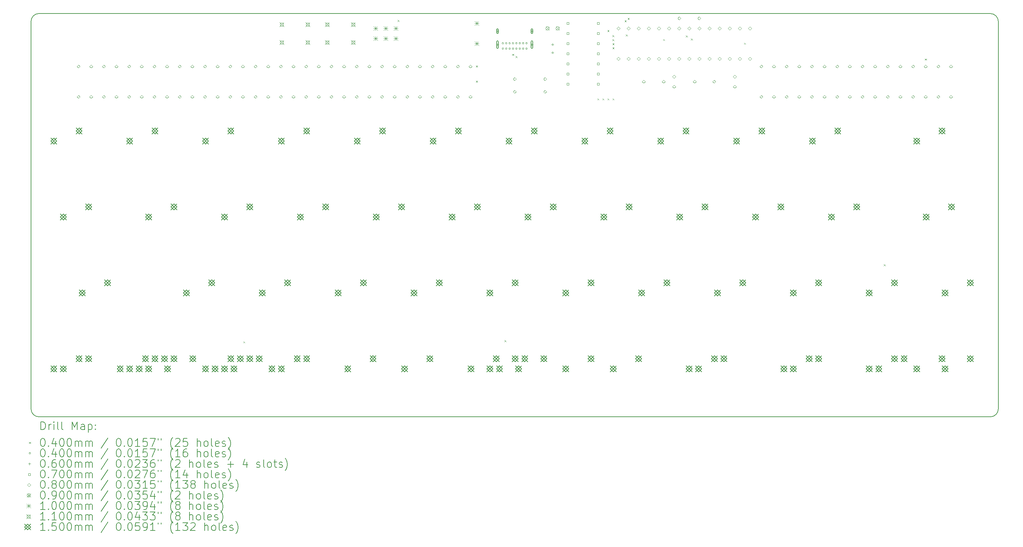
<source format=gbr>
%FSLAX45Y45*%
G04 Gerber Fmt 4.5, Leading zero omitted, Abs format (unit mm)*
G04 Created by KiCad (PCBNEW (6.0.1)) date 2022-12-02 15:23:24*
%MOMM*%
%LPD*%
G01*
G04 APERTURE LIST*
%TA.AperFunction,Profile*%
%ADD10C,0.200000*%
%TD*%
%ADD11C,0.200000*%
%ADD12C,0.040000*%
%ADD13C,0.060000*%
%ADD14C,0.070000*%
%ADD15C,0.080000*%
%ADD16C,0.090000*%
%ADD17C,0.100000*%
%ADD18C,0.110000*%
%ADD19C,0.150000*%
G04 APERTURE END LIST*
D10*
X26866875Y-4326250D02*
X2978125Y-4326250D01*
X2978125Y-14446250D02*
X26866875Y-14446250D01*
X27066875Y-14246250D02*
X27066875Y-4526250D01*
X27066875Y-4526250D02*
G75*
G03*
X26866875Y-4326250I-200000J0D01*
G01*
X26866875Y-14446250D02*
G75*
G03*
X27066875Y-14246250I0J200000D01*
G01*
X2778125Y-4526250D02*
X2778125Y-14246250D01*
X2978125Y-4326250D02*
G75*
G03*
X2778125Y-4526250I0J-200000D01*
G01*
X2778125Y-14246250D02*
G75*
G03*
X2978125Y-14446250I200000J0D01*
G01*
D11*
D12*
X8108000Y-12553000D02*
X8148000Y-12593000D01*
X8148000Y-12553000D02*
X8108000Y-12593000D01*
X11981500Y-4488500D02*
X12021500Y-4528500D01*
X12021500Y-4488500D02*
X11981500Y-4528500D01*
X13950000Y-5631500D02*
X13990000Y-5671500D01*
X13990000Y-5631500D02*
X13950000Y-5671500D01*
X13950000Y-6012500D02*
X13990000Y-6052500D01*
X13990000Y-6012500D02*
X13950000Y-6052500D01*
X14664375Y-12521250D02*
X14704375Y-12561250D01*
X14704375Y-12521250D02*
X14664375Y-12561250D01*
X14860000Y-5339400D02*
X14900000Y-5379400D01*
X14900000Y-5339400D02*
X14860000Y-5379400D01*
X14944557Y-5392694D02*
X14984557Y-5432694D01*
X14984557Y-5392694D02*
X14944557Y-5432694D01*
X16998000Y-6457000D02*
X17038000Y-6497000D01*
X17038000Y-6457000D02*
X16998000Y-6497000D01*
X17125000Y-6457000D02*
X17165000Y-6497000D01*
X17165000Y-6457000D02*
X17125000Y-6497000D01*
X17252000Y-4742500D02*
X17292000Y-4782500D01*
X17292000Y-4742500D02*
X17252000Y-4782500D01*
X17252000Y-6457000D02*
X17292000Y-6497000D01*
X17292000Y-6457000D02*
X17252000Y-6497000D01*
X17377857Y-4868357D02*
X17417857Y-4908357D01*
X17417857Y-4868357D02*
X17377857Y-4908357D01*
X17378429Y-4970529D02*
X17418429Y-5010529D01*
X17418429Y-4970529D02*
X17378429Y-5010529D01*
X17379000Y-5072700D02*
X17419000Y-5112700D01*
X17419000Y-5072700D02*
X17379000Y-5112700D01*
X17379000Y-5174300D02*
X17419000Y-5214300D01*
X17419000Y-5174300D02*
X17379000Y-5214300D01*
X17379000Y-6457000D02*
X17419000Y-6497000D01*
X17419000Y-6457000D02*
X17379000Y-6497000D01*
X17684066Y-4499143D02*
X17724066Y-4539143D01*
X17724066Y-4499143D02*
X17684066Y-4539143D01*
X17716440Y-4849560D02*
X17756440Y-4889560D01*
X17756440Y-4849560D02*
X17716440Y-4889560D01*
X17760000Y-4434150D02*
X17800000Y-4474150D01*
X17800000Y-4434150D02*
X17760000Y-4474150D01*
X18649000Y-4965594D02*
X18689000Y-5005594D01*
X18689000Y-4965594D02*
X18649000Y-5005594D01*
X19220500Y-4878650D02*
X19260500Y-4918650D01*
X19260500Y-4878650D02*
X19220500Y-4918650D01*
X19347500Y-4951300D02*
X19387500Y-4991300D01*
X19387500Y-4951300D02*
X19347500Y-4991300D01*
X20681000Y-5060000D02*
X20721000Y-5100000D01*
X20721000Y-5060000D02*
X20681000Y-5100000D01*
X24189375Y-10616250D02*
X24229375Y-10656250D01*
X24229375Y-10616250D02*
X24189375Y-10656250D01*
X25221250Y-5456875D02*
X25261250Y-5496875D01*
X25261250Y-5456875D02*
X25221250Y-5496875D01*
X14644525Y-5072500D02*
G75*
G03*
X14644525Y-5072500I-20000J0D01*
G01*
X14645025Y-5205000D02*
G75*
G03*
X14645025Y-5205000I-20000J0D01*
G01*
X14729525Y-5072500D02*
G75*
G03*
X14729525Y-5072500I-20000J0D01*
G01*
X14730025Y-5205000D02*
G75*
G03*
X14730025Y-5205000I-20000J0D01*
G01*
X14814525Y-5072500D02*
G75*
G03*
X14814525Y-5072500I-20000J0D01*
G01*
X14815025Y-5205000D02*
G75*
G03*
X14815025Y-5205000I-20000J0D01*
G01*
X14899525Y-5072500D02*
G75*
G03*
X14899525Y-5072500I-20000J0D01*
G01*
X14900025Y-5205000D02*
G75*
G03*
X14900025Y-5205000I-20000J0D01*
G01*
X14984525Y-5072500D02*
G75*
G03*
X14984525Y-5072500I-20000J0D01*
G01*
X14985025Y-5205000D02*
G75*
G03*
X14985025Y-5205000I-20000J0D01*
G01*
X15069525Y-5072500D02*
G75*
G03*
X15069525Y-5072500I-20000J0D01*
G01*
X15070025Y-5205000D02*
G75*
G03*
X15070025Y-5205000I-20000J0D01*
G01*
X15154525Y-5072500D02*
G75*
G03*
X15154525Y-5072500I-20000J0D01*
G01*
X15155025Y-5205000D02*
G75*
G03*
X15155025Y-5205000I-20000J0D01*
G01*
X15240025Y-5072500D02*
G75*
G03*
X15240025Y-5072500I-20000J0D01*
G01*
X15240025Y-5205000D02*
G75*
G03*
X15240025Y-5205000I-20000J0D01*
G01*
D13*
X14490025Y-4739000D02*
X14490025Y-4799000D01*
X14460025Y-4769000D02*
X14520025Y-4769000D01*
D11*
X14510025Y-4809000D02*
X14510025Y-4729000D01*
X14470025Y-4809000D02*
X14470025Y-4729000D01*
X14510025Y-4729000D02*
G75*
G03*
X14470025Y-4729000I-20000J0D01*
G01*
X14470025Y-4809000D02*
G75*
G03*
X14510025Y-4809000I20000J0D01*
G01*
D13*
X14490025Y-5077000D02*
X14490025Y-5137000D01*
X14460025Y-5107000D02*
X14520025Y-5107000D01*
D11*
X14510025Y-5182000D02*
X14510025Y-5032000D01*
X14470025Y-5182000D02*
X14470025Y-5032000D01*
X14510025Y-5032000D02*
G75*
G03*
X14470025Y-5032000I-20000J0D01*
G01*
X14470025Y-5182000D02*
G75*
G03*
X14510025Y-5182000I20000J0D01*
G01*
D13*
X15355025Y-4739000D02*
X15355025Y-4799000D01*
X15325025Y-4769000D02*
X15385025Y-4769000D01*
D11*
X15375025Y-4809000D02*
X15375025Y-4729000D01*
X15335025Y-4809000D02*
X15335025Y-4729000D01*
X15375025Y-4729000D02*
G75*
G03*
X15335025Y-4729000I-20000J0D01*
G01*
X15335025Y-4809000D02*
G75*
G03*
X15375025Y-4809000I20000J0D01*
G01*
D13*
X15355025Y-5077000D02*
X15355025Y-5137000D01*
X15325025Y-5107000D02*
X15385025Y-5107000D01*
D11*
X15375025Y-5182000D02*
X15375025Y-5032000D01*
X15335025Y-5182000D02*
X15335025Y-5032000D01*
X15375025Y-5032000D02*
G75*
G03*
X15335025Y-5032000I-20000J0D01*
G01*
X15335025Y-5182000D02*
G75*
G03*
X15375025Y-5182000I20000J0D01*
G01*
D13*
X15875000Y-5074260D02*
X15875000Y-5134260D01*
X15845000Y-5104260D02*
X15905000Y-5104260D01*
X15875000Y-5274260D02*
X15875000Y-5334260D01*
X15845000Y-5304260D02*
X15905000Y-5304260D01*
D14*
X16280749Y-4596749D02*
X16280749Y-4547251D01*
X16231251Y-4547251D01*
X16231251Y-4596749D01*
X16280749Y-4596749D01*
X16280749Y-4850749D02*
X16280749Y-4801251D01*
X16231251Y-4801251D01*
X16231251Y-4850749D01*
X16280749Y-4850749D01*
X16280749Y-5104749D02*
X16280749Y-5055251D01*
X16231251Y-5055251D01*
X16231251Y-5104749D01*
X16280749Y-5104749D01*
X16280749Y-5358749D02*
X16280749Y-5309251D01*
X16231251Y-5309251D01*
X16231251Y-5358749D01*
X16280749Y-5358749D01*
X16280749Y-5612749D02*
X16280749Y-5563251D01*
X16231251Y-5563251D01*
X16231251Y-5612749D01*
X16280749Y-5612749D01*
X16280749Y-5866749D02*
X16280749Y-5817251D01*
X16231251Y-5817251D01*
X16231251Y-5866749D01*
X16280749Y-5866749D01*
X16280749Y-6120749D02*
X16280749Y-6071251D01*
X16231251Y-6071251D01*
X16231251Y-6120749D01*
X16280749Y-6120749D01*
X17042749Y-4596749D02*
X17042749Y-4547251D01*
X16993251Y-4547251D01*
X16993251Y-4596749D01*
X17042749Y-4596749D01*
X17042749Y-4850749D02*
X17042749Y-4801251D01*
X16993251Y-4801251D01*
X16993251Y-4850749D01*
X17042749Y-4850749D01*
X17042749Y-5104749D02*
X17042749Y-5055251D01*
X16993251Y-5055251D01*
X16993251Y-5104749D01*
X17042749Y-5104749D01*
X17042749Y-5358749D02*
X17042749Y-5309251D01*
X16993251Y-5309251D01*
X16993251Y-5358749D01*
X17042749Y-5358749D01*
X17042749Y-5612749D02*
X17042749Y-5563251D01*
X16993251Y-5563251D01*
X16993251Y-5612749D01*
X17042749Y-5612749D01*
X17042749Y-5866749D02*
X17042749Y-5817251D01*
X16993251Y-5817251D01*
X16993251Y-5866749D01*
X17042749Y-5866749D01*
X17042749Y-6120749D02*
X17042749Y-6071251D01*
X16993251Y-6071251D01*
X16993251Y-6120749D01*
X17042749Y-6120749D01*
D15*
X3968750Y-5691500D02*
X4008750Y-5651500D01*
X3968750Y-5611500D01*
X3928750Y-5651500D01*
X3968750Y-5691500D01*
X3968750Y-6453500D02*
X4008750Y-6413500D01*
X3968750Y-6373500D01*
X3928750Y-6413500D01*
X3968750Y-6453500D01*
X4286250Y-5691500D02*
X4326250Y-5651500D01*
X4286250Y-5611500D01*
X4246250Y-5651500D01*
X4286250Y-5691500D01*
X4286250Y-6453500D02*
X4326250Y-6413500D01*
X4286250Y-6373500D01*
X4246250Y-6413500D01*
X4286250Y-6453500D01*
X4603750Y-5691500D02*
X4643750Y-5651500D01*
X4603750Y-5611500D01*
X4563750Y-5651500D01*
X4603750Y-5691500D01*
X4603750Y-6453500D02*
X4643750Y-6413500D01*
X4603750Y-6373500D01*
X4563750Y-6413500D01*
X4603750Y-6453500D01*
X4921250Y-5691500D02*
X4961250Y-5651500D01*
X4921250Y-5611500D01*
X4881250Y-5651500D01*
X4921250Y-5691500D01*
X4921250Y-6453500D02*
X4961250Y-6413500D01*
X4921250Y-6373500D01*
X4881250Y-6413500D01*
X4921250Y-6453500D01*
X5238750Y-5691500D02*
X5278750Y-5651500D01*
X5238750Y-5611500D01*
X5198750Y-5651500D01*
X5238750Y-5691500D01*
X5238750Y-6453500D02*
X5278750Y-6413500D01*
X5238750Y-6373500D01*
X5198750Y-6413500D01*
X5238750Y-6453500D01*
X5556250Y-5691500D02*
X5596250Y-5651500D01*
X5556250Y-5611500D01*
X5516250Y-5651500D01*
X5556250Y-5691500D01*
X5556250Y-6453500D02*
X5596250Y-6413500D01*
X5556250Y-6373500D01*
X5516250Y-6413500D01*
X5556250Y-6453500D01*
X5873750Y-5691500D02*
X5913750Y-5651500D01*
X5873750Y-5611500D01*
X5833750Y-5651500D01*
X5873750Y-5691500D01*
X5873750Y-6453500D02*
X5913750Y-6413500D01*
X5873750Y-6373500D01*
X5833750Y-6413500D01*
X5873750Y-6453500D01*
X6191250Y-5691500D02*
X6231250Y-5651500D01*
X6191250Y-5611500D01*
X6151250Y-5651500D01*
X6191250Y-5691500D01*
X6191250Y-6453500D02*
X6231250Y-6413500D01*
X6191250Y-6373500D01*
X6151250Y-6413500D01*
X6191250Y-6453500D01*
X6508750Y-5691500D02*
X6548750Y-5651500D01*
X6508750Y-5611500D01*
X6468750Y-5651500D01*
X6508750Y-5691500D01*
X6508750Y-6453500D02*
X6548750Y-6413500D01*
X6508750Y-6373500D01*
X6468750Y-6413500D01*
X6508750Y-6453500D01*
X6826250Y-5691500D02*
X6866250Y-5651500D01*
X6826250Y-5611500D01*
X6786250Y-5651500D01*
X6826250Y-5691500D01*
X6826250Y-6453500D02*
X6866250Y-6413500D01*
X6826250Y-6373500D01*
X6786250Y-6413500D01*
X6826250Y-6453500D01*
X7143750Y-5691500D02*
X7183750Y-5651500D01*
X7143750Y-5611500D01*
X7103750Y-5651500D01*
X7143750Y-5691500D01*
X7143750Y-6453500D02*
X7183750Y-6413500D01*
X7143750Y-6373500D01*
X7103750Y-6413500D01*
X7143750Y-6453500D01*
X7461250Y-5691500D02*
X7501250Y-5651500D01*
X7461250Y-5611500D01*
X7421250Y-5651500D01*
X7461250Y-5691500D01*
X7461250Y-6453500D02*
X7501250Y-6413500D01*
X7461250Y-6373500D01*
X7421250Y-6413500D01*
X7461250Y-6453500D01*
X7778750Y-5691500D02*
X7818750Y-5651500D01*
X7778750Y-5611500D01*
X7738750Y-5651500D01*
X7778750Y-5691500D01*
X7778750Y-6453500D02*
X7818750Y-6413500D01*
X7778750Y-6373500D01*
X7738750Y-6413500D01*
X7778750Y-6453500D01*
X8096250Y-5691500D02*
X8136250Y-5651500D01*
X8096250Y-5611500D01*
X8056250Y-5651500D01*
X8096250Y-5691500D01*
X8096250Y-6453500D02*
X8136250Y-6413500D01*
X8096250Y-6373500D01*
X8056250Y-6413500D01*
X8096250Y-6453500D01*
X8413750Y-5691500D02*
X8453750Y-5651500D01*
X8413750Y-5611500D01*
X8373750Y-5651500D01*
X8413750Y-5691500D01*
X8413750Y-6453500D02*
X8453750Y-6413500D01*
X8413750Y-6373500D01*
X8373750Y-6413500D01*
X8413750Y-6453500D01*
X8731250Y-5691500D02*
X8771250Y-5651500D01*
X8731250Y-5611500D01*
X8691250Y-5651500D01*
X8731250Y-5691500D01*
X8731250Y-6453500D02*
X8771250Y-6413500D01*
X8731250Y-6373500D01*
X8691250Y-6413500D01*
X8731250Y-6453500D01*
X9048750Y-5691500D02*
X9088750Y-5651500D01*
X9048750Y-5611500D01*
X9008750Y-5651500D01*
X9048750Y-5691500D01*
X9048750Y-6453500D02*
X9088750Y-6413500D01*
X9048750Y-6373500D01*
X9008750Y-6413500D01*
X9048750Y-6453500D01*
X9366250Y-5691500D02*
X9406250Y-5651500D01*
X9366250Y-5611500D01*
X9326250Y-5651500D01*
X9366250Y-5691500D01*
X9366250Y-6453500D02*
X9406250Y-6413500D01*
X9366250Y-6373500D01*
X9326250Y-6413500D01*
X9366250Y-6453500D01*
X9683750Y-5691500D02*
X9723750Y-5651500D01*
X9683750Y-5611500D01*
X9643750Y-5651500D01*
X9683750Y-5691500D01*
X9683750Y-6453500D02*
X9723750Y-6413500D01*
X9683750Y-6373500D01*
X9643750Y-6413500D01*
X9683750Y-6453500D01*
X10001250Y-5691500D02*
X10041250Y-5651500D01*
X10001250Y-5611500D01*
X9961250Y-5651500D01*
X10001250Y-5691500D01*
X10001250Y-6453500D02*
X10041250Y-6413500D01*
X10001250Y-6373500D01*
X9961250Y-6413500D01*
X10001250Y-6453500D01*
X10318750Y-5691500D02*
X10358750Y-5651500D01*
X10318750Y-5611500D01*
X10278750Y-5651500D01*
X10318750Y-5691500D01*
X10318750Y-6453500D02*
X10358750Y-6413500D01*
X10318750Y-6373500D01*
X10278750Y-6413500D01*
X10318750Y-6453500D01*
X10636250Y-5691500D02*
X10676250Y-5651500D01*
X10636250Y-5611500D01*
X10596250Y-5651500D01*
X10636250Y-5691500D01*
X10636250Y-6453500D02*
X10676250Y-6413500D01*
X10636250Y-6373500D01*
X10596250Y-6413500D01*
X10636250Y-6453500D01*
X10953750Y-5691500D02*
X10993750Y-5651500D01*
X10953750Y-5611500D01*
X10913750Y-5651500D01*
X10953750Y-5691500D01*
X10953750Y-6453500D02*
X10993750Y-6413500D01*
X10953750Y-6373500D01*
X10913750Y-6413500D01*
X10953750Y-6453500D01*
X11271250Y-5691500D02*
X11311250Y-5651500D01*
X11271250Y-5611500D01*
X11231250Y-5651500D01*
X11271250Y-5691500D01*
X11271250Y-6453500D02*
X11311250Y-6413500D01*
X11271250Y-6373500D01*
X11231250Y-6413500D01*
X11271250Y-6453500D01*
X11588750Y-5691500D02*
X11628750Y-5651500D01*
X11588750Y-5611500D01*
X11548750Y-5651500D01*
X11588750Y-5691500D01*
X11588750Y-6453500D02*
X11628750Y-6413500D01*
X11588750Y-6373500D01*
X11548750Y-6413500D01*
X11588750Y-6453500D01*
X11906250Y-5691500D02*
X11946250Y-5651500D01*
X11906250Y-5611500D01*
X11866250Y-5651500D01*
X11906250Y-5691500D01*
X11906250Y-6453500D02*
X11946250Y-6413500D01*
X11906250Y-6373500D01*
X11866250Y-6413500D01*
X11906250Y-6453500D01*
X12223750Y-5691500D02*
X12263750Y-5651500D01*
X12223750Y-5611500D01*
X12183750Y-5651500D01*
X12223750Y-5691500D01*
X12223750Y-6453500D02*
X12263750Y-6413500D01*
X12223750Y-6373500D01*
X12183750Y-6413500D01*
X12223750Y-6453500D01*
X12541250Y-5691500D02*
X12581250Y-5651500D01*
X12541250Y-5611500D01*
X12501250Y-5651500D01*
X12541250Y-5691500D01*
X12541250Y-6453500D02*
X12581250Y-6413500D01*
X12541250Y-6373500D01*
X12501250Y-6413500D01*
X12541250Y-6453500D01*
X12858750Y-5691500D02*
X12898750Y-5651500D01*
X12858750Y-5611500D01*
X12818750Y-5651500D01*
X12858750Y-5691500D01*
X12858750Y-6453500D02*
X12898750Y-6413500D01*
X12858750Y-6373500D01*
X12818750Y-6413500D01*
X12858750Y-6453500D01*
X13176250Y-5691500D02*
X13216250Y-5651500D01*
X13176250Y-5611500D01*
X13136250Y-5651500D01*
X13176250Y-5691500D01*
X13176250Y-6453500D02*
X13216250Y-6413500D01*
X13176250Y-6373500D01*
X13136250Y-6413500D01*
X13176250Y-6453500D01*
X13493750Y-5691500D02*
X13533750Y-5651500D01*
X13493750Y-5611500D01*
X13453750Y-5651500D01*
X13493750Y-5691500D01*
X13493750Y-6453500D02*
X13533750Y-6413500D01*
X13493750Y-6373500D01*
X13453750Y-6413500D01*
X13493750Y-6453500D01*
X13811250Y-5691500D02*
X13851250Y-5651500D01*
X13811250Y-5611500D01*
X13771250Y-5651500D01*
X13811250Y-5691500D01*
X13811250Y-6453500D02*
X13851250Y-6413500D01*
X13811250Y-6373500D01*
X13771250Y-6413500D01*
X13811250Y-6453500D01*
X14922500Y-6009000D02*
X14962500Y-5969000D01*
X14922500Y-5929000D01*
X14882500Y-5969000D01*
X14922500Y-6009000D01*
X14922500Y-6326500D02*
X14962500Y-6286500D01*
X14922500Y-6246500D01*
X14882500Y-6286500D01*
X14922500Y-6326500D01*
X15684500Y-6009000D02*
X15724500Y-5969000D01*
X15684500Y-5929000D01*
X15644500Y-5969000D01*
X15684500Y-6009000D01*
X15684500Y-6326500D02*
X15724500Y-6286500D01*
X15684500Y-6246500D01*
X15644500Y-6286500D01*
X15684500Y-6326500D01*
X17527000Y-4738000D02*
X17567000Y-4698000D01*
X17527000Y-4658000D01*
X17487000Y-4698000D01*
X17527000Y-4738000D01*
X17527000Y-5500000D02*
X17567000Y-5460000D01*
X17527000Y-5420000D01*
X17487000Y-5460000D01*
X17527000Y-5500000D01*
X17781000Y-4738000D02*
X17821000Y-4698000D01*
X17781000Y-4658000D01*
X17741000Y-4698000D01*
X17781000Y-4738000D01*
X17781000Y-5500000D02*
X17821000Y-5460000D01*
X17781000Y-5420000D01*
X17741000Y-5460000D01*
X17781000Y-5500000D01*
X18035000Y-4738000D02*
X18075000Y-4698000D01*
X18035000Y-4658000D01*
X17995000Y-4698000D01*
X18035000Y-4738000D01*
X18035000Y-5500000D02*
X18075000Y-5460000D01*
X18035000Y-5420000D01*
X17995000Y-5460000D01*
X18035000Y-5500000D01*
X18161000Y-6072500D02*
X18201000Y-6032500D01*
X18161000Y-5992500D01*
X18121000Y-6032500D01*
X18161000Y-6072500D01*
X18289000Y-4738000D02*
X18329000Y-4698000D01*
X18289000Y-4658000D01*
X18249000Y-4698000D01*
X18289000Y-4738000D01*
X18289000Y-5500000D02*
X18329000Y-5460000D01*
X18289000Y-5420000D01*
X18249000Y-5460000D01*
X18289000Y-5500000D01*
X18543000Y-4738000D02*
X18583000Y-4698000D01*
X18543000Y-4658000D01*
X18503000Y-4698000D01*
X18543000Y-4738000D01*
X18543000Y-5500000D02*
X18583000Y-5460000D01*
X18543000Y-5420000D01*
X18503000Y-5460000D01*
X18543000Y-5500000D01*
X18661000Y-6072500D02*
X18701000Y-6032500D01*
X18661000Y-5992500D01*
X18621000Y-6032500D01*
X18661000Y-6072500D01*
X18797000Y-4738000D02*
X18837000Y-4698000D01*
X18797000Y-4658000D01*
X18757000Y-4698000D01*
X18797000Y-4738000D01*
X18797000Y-5500000D02*
X18837000Y-5460000D01*
X18797000Y-5420000D01*
X18757000Y-5460000D01*
X18797000Y-5500000D01*
X18923000Y-5949500D02*
X18963000Y-5909500D01*
X18923000Y-5869500D01*
X18883000Y-5909500D01*
X18923000Y-5949500D01*
X18923000Y-6199500D02*
X18963000Y-6159500D01*
X18923000Y-6119500D01*
X18883000Y-6159500D01*
X18923000Y-6199500D01*
X19051000Y-4738000D02*
X19091000Y-4698000D01*
X19051000Y-4658000D01*
X19011000Y-4698000D01*
X19051000Y-4738000D01*
X19051000Y-5500000D02*
X19091000Y-5460000D01*
X19051000Y-5420000D01*
X19011000Y-5460000D01*
X19051000Y-5500000D01*
X19054000Y-4485000D02*
X19094000Y-4445000D01*
X19054000Y-4405000D01*
X19014000Y-4445000D01*
X19054000Y-4485000D01*
X19305000Y-4738000D02*
X19345000Y-4698000D01*
X19305000Y-4658000D01*
X19265000Y-4698000D01*
X19305000Y-4738000D01*
X19305000Y-5500000D02*
X19345000Y-5460000D01*
X19305000Y-5420000D01*
X19265000Y-5460000D01*
X19305000Y-5500000D01*
X19440000Y-6072500D02*
X19480000Y-6032500D01*
X19440000Y-5992500D01*
X19400000Y-6032500D01*
X19440000Y-6072500D01*
X19554000Y-4485000D02*
X19594000Y-4445000D01*
X19554000Y-4405000D01*
X19514000Y-4445000D01*
X19554000Y-4485000D01*
X19559000Y-4738000D02*
X19599000Y-4698000D01*
X19559000Y-4658000D01*
X19519000Y-4698000D01*
X19559000Y-4738000D01*
X19559000Y-5500000D02*
X19599000Y-5460000D01*
X19559000Y-5420000D01*
X19519000Y-5460000D01*
X19559000Y-5500000D01*
X19813000Y-4738000D02*
X19853000Y-4698000D01*
X19813000Y-4658000D01*
X19773000Y-4698000D01*
X19813000Y-4738000D01*
X19813000Y-5500000D02*
X19853000Y-5460000D01*
X19813000Y-5420000D01*
X19773000Y-5460000D01*
X19813000Y-5500000D01*
X19928000Y-6072500D02*
X19968000Y-6032500D01*
X19928000Y-5992500D01*
X19888000Y-6032500D01*
X19928000Y-6072500D01*
X20067000Y-4738000D02*
X20107000Y-4698000D01*
X20067000Y-4658000D01*
X20027000Y-4698000D01*
X20067000Y-4738000D01*
X20067000Y-5500000D02*
X20107000Y-5460000D01*
X20067000Y-5420000D01*
X20027000Y-5460000D01*
X20067000Y-5500000D01*
X20321000Y-4738000D02*
X20361000Y-4698000D01*
X20321000Y-4658000D01*
X20281000Y-4698000D01*
X20321000Y-4738000D01*
X20321000Y-5500000D02*
X20361000Y-5460000D01*
X20321000Y-5420000D01*
X20281000Y-5460000D01*
X20321000Y-5500000D01*
X20447000Y-5949500D02*
X20487000Y-5909500D01*
X20447000Y-5869500D01*
X20407000Y-5909500D01*
X20447000Y-5949500D01*
X20447000Y-6199500D02*
X20487000Y-6159500D01*
X20447000Y-6119500D01*
X20407000Y-6159500D01*
X20447000Y-6199500D01*
X20575000Y-4738000D02*
X20615000Y-4698000D01*
X20575000Y-4658000D01*
X20535000Y-4698000D01*
X20575000Y-4738000D01*
X20575000Y-5500000D02*
X20615000Y-5460000D01*
X20575000Y-5420000D01*
X20535000Y-5460000D01*
X20575000Y-5500000D01*
X20829000Y-4738000D02*
X20869000Y-4698000D01*
X20829000Y-4658000D01*
X20789000Y-4698000D01*
X20829000Y-4738000D01*
X20829000Y-5500000D02*
X20869000Y-5460000D01*
X20829000Y-5420000D01*
X20789000Y-5460000D01*
X20829000Y-5500000D01*
X21113750Y-5691500D02*
X21153750Y-5651500D01*
X21113750Y-5611500D01*
X21073750Y-5651500D01*
X21113750Y-5691500D01*
X21113750Y-6453500D02*
X21153750Y-6413500D01*
X21113750Y-6373500D01*
X21073750Y-6413500D01*
X21113750Y-6453500D01*
X21431250Y-5691500D02*
X21471250Y-5651500D01*
X21431250Y-5611500D01*
X21391250Y-5651500D01*
X21431250Y-5691500D01*
X21431250Y-6453500D02*
X21471250Y-6413500D01*
X21431250Y-6373500D01*
X21391250Y-6413500D01*
X21431250Y-6453500D01*
X21748750Y-5691500D02*
X21788750Y-5651500D01*
X21748750Y-5611500D01*
X21708750Y-5651500D01*
X21748750Y-5691500D01*
X21748750Y-6453500D02*
X21788750Y-6413500D01*
X21748750Y-6373500D01*
X21708750Y-6413500D01*
X21748750Y-6453500D01*
X22066250Y-5691500D02*
X22106250Y-5651500D01*
X22066250Y-5611500D01*
X22026250Y-5651500D01*
X22066250Y-5691500D01*
X22066250Y-6453500D02*
X22106250Y-6413500D01*
X22066250Y-6373500D01*
X22026250Y-6413500D01*
X22066250Y-6453500D01*
X22383750Y-5691500D02*
X22423750Y-5651500D01*
X22383750Y-5611500D01*
X22343750Y-5651500D01*
X22383750Y-5691500D01*
X22383750Y-6453500D02*
X22423750Y-6413500D01*
X22383750Y-6373500D01*
X22343750Y-6413500D01*
X22383750Y-6453500D01*
X22701250Y-5691500D02*
X22741250Y-5651500D01*
X22701250Y-5611500D01*
X22661250Y-5651500D01*
X22701250Y-5691500D01*
X22701250Y-6453500D02*
X22741250Y-6413500D01*
X22701250Y-6373500D01*
X22661250Y-6413500D01*
X22701250Y-6453500D01*
X23018750Y-5691500D02*
X23058750Y-5651500D01*
X23018750Y-5611500D01*
X22978750Y-5651500D01*
X23018750Y-5691500D01*
X23018750Y-6453500D02*
X23058750Y-6413500D01*
X23018750Y-6373500D01*
X22978750Y-6413500D01*
X23018750Y-6453500D01*
X23336250Y-5691500D02*
X23376250Y-5651500D01*
X23336250Y-5611500D01*
X23296250Y-5651500D01*
X23336250Y-5691500D01*
X23336250Y-6453500D02*
X23376250Y-6413500D01*
X23336250Y-6373500D01*
X23296250Y-6413500D01*
X23336250Y-6453500D01*
X23653750Y-5691500D02*
X23693750Y-5651500D01*
X23653750Y-5611500D01*
X23613750Y-5651500D01*
X23653750Y-5691500D01*
X23653750Y-6453500D02*
X23693750Y-6413500D01*
X23653750Y-6373500D01*
X23613750Y-6413500D01*
X23653750Y-6453500D01*
X23971250Y-5691500D02*
X24011250Y-5651500D01*
X23971250Y-5611500D01*
X23931250Y-5651500D01*
X23971250Y-5691500D01*
X23971250Y-6453500D02*
X24011250Y-6413500D01*
X23971250Y-6373500D01*
X23931250Y-6413500D01*
X23971250Y-6453500D01*
X24288750Y-5691500D02*
X24328750Y-5651500D01*
X24288750Y-5611500D01*
X24248750Y-5651500D01*
X24288750Y-5691500D01*
X24288750Y-6453500D02*
X24328750Y-6413500D01*
X24288750Y-6373500D01*
X24248750Y-6413500D01*
X24288750Y-6453500D01*
X24606250Y-5691500D02*
X24646250Y-5651500D01*
X24606250Y-5611500D01*
X24566250Y-5651500D01*
X24606250Y-5691500D01*
X24606250Y-6453500D02*
X24646250Y-6413500D01*
X24606250Y-6373500D01*
X24566250Y-6413500D01*
X24606250Y-6453500D01*
X24923750Y-5691500D02*
X24963750Y-5651500D01*
X24923750Y-5611500D01*
X24883750Y-5651500D01*
X24923750Y-5691500D01*
X24923750Y-6453500D02*
X24963750Y-6413500D01*
X24923750Y-6373500D01*
X24883750Y-6413500D01*
X24923750Y-6453500D01*
X25241250Y-5691500D02*
X25281250Y-5651500D01*
X25241250Y-5611500D01*
X25201250Y-5651500D01*
X25241250Y-5691500D01*
X25241250Y-6453500D02*
X25281250Y-6413500D01*
X25241250Y-6373500D01*
X25201250Y-6413500D01*
X25241250Y-6453500D01*
X25558750Y-5691500D02*
X25598750Y-5651500D01*
X25558750Y-5611500D01*
X25518750Y-5651500D01*
X25558750Y-5691500D01*
X25558750Y-6453500D02*
X25598750Y-6413500D01*
X25558750Y-6373500D01*
X25518750Y-6413500D01*
X25558750Y-6453500D01*
X25876250Y-5691500D02*
X25916250Y-5651500D01*
X25876250Y-5611500D01*
X25836250Y-5651500D01*
X25876250Y-5691500D01*
X25876250Y-6453500D02*
X25916250Y-6413500D01*
X25876250Y-6373500D01*
X25836250Y-6413500D01*
X25876250Y-6453500D01*
D16*
X15702500Y-4654000D02*
X15792500Y-4744000D01*
X15792500Y-4654000D02*
X15702500Y-4744000D01*
X15792500Y-4699000D02*
G75*
G03*
X15792500Y-4699000I-45000J0D01*
G01*
X15956500Y-4654000D02*
X16046500Y-4744000D01*
X16046500Y-4654000D02*
X15956500Y-4744000D01*
X16046500Y-4699000D02*
G75*
G03*
X16046500Y-4699000I-45000J0D01*
G01*
D17*
X11380000Y-4649000D02*
X11480000Y-4749000D01*
X11480000Y-4649000D02*
X11380000Y-4749000D01*
X11430000Y-4649000D02*
X11430000Y-4749000D01*
X11380000Y-4699000D02*
X11480000Y-4699000D01*
X11380000Y-4903000D02*
X11480000Y-5003000D01*
X11480000Y-4903000D02*
X11380000Y-5003000D01*
X11430000Y-4903000D02*
X11430000Y-5003000D01*
X11380000Y-4953000D02*
X11480000Y-4953000D01*
X11634000Y-4649000D02*
X11734000Y-4749000D01*
X11734000Y-4649000D02*
X11634000Y-4749000D01*
X11684000Y-4649000D02*
X11684000Y-4749000D01*
X11634000Y-4699000D02*
X11734000Y-4699000D01*
X11634000Y-4903000D02*
X11734000Y-5003000D01*
X11734000Y-4903000D02*
X11634000Y-5003000D01*
X11684000Y-4903000D02*
X11684000Y-5003000D01*
X11634000Y-4953000D02*
X11734000Y-4953000D01*
X11888000Y-4649000D02*
X11988000Y-4749000D01*
X11988000Y-4649000D02*
X11888000Y-4749000D01*
X11938000Y-4649000D02*
X11938000Y-4749000D01*
X11888000Y-4699000D02*
X11988000Y-4699000D01*
X11888000Y-4903000D02*
X11988000Y-5003000D01*
X11988000Y-4903000D02*
X11888000Y-5003000D01*
X11938000Y-4903000D02*
X11938000Y-5003000D01*
X11888000Y-4953000D02*
X11988000Y-4953000D01*
X13920000Y-5030000D02*
X14020000Y-5130000D01*
X14020000Y-5030000D02*
X13920000Y-5130000D01*
X13970000Y-5030000D02*
X13970000Y-5130000D01*
X13920000Y-5080000D02*
X14020000Y-5080000D01*
X13921000Y-4522000D02*
X14021000Y-4622000D01*
X14021000Y-4522000D02*
X13921000Y-4622000D01*
X13971000Y-4522000D02*
X13971000Y-4622000D01*
X13921000Y-4572000D02*
X14021000Y-4572000D01*
D18*
X9018000Y-4546000D02*
X9128000Y-4656000D01*
X9128000Y-4546000D02*
X9018000Y-4656000D01*
X9111891Y-4639891D02*
X9111891Y-4562109D01*
X9034109Y-4562109D01*
X9034109Y-4639891D01*
X9111891Y-4639891D01*
X9018000Y-4996000D02*
X9128000Y-5106000D01*
X9128000Y-4996000D02*
X9018000Y-5106000D01*
X9111891Y-5089891D02*
X9111891Y-5012109D01*
X9034109Y-5012109D01*
X9034109Y-5089891D01*
X9111891Y-5089891D01*
X9668000Y-4546000D02*
X9778000Y-4656000D01*
X9778000Y-4546000D02*
X9668000Y-4656000D01*
X9761891Y-4639891D02*
X9761891Y-4562109D01*
X9684109Y-4562109D01*
X9684109Y-4639891D01*
X9761891Y-4639891D01*
X9668000Y-4996000D02*
X9778000Y-5106000D01*
X9778000Y-4996000D02*
X9668000Y-5106000D01*
X9761891Y-5089891D02*
X9761891Y-5012109D01*
X9684109Y-5012109D01*
X9684109Y-5089891D01*
X9761891Y-5089891D01*
X10161000Y-4546000D02*
X10271000Y-4656000D01*
X10271000Y-4546000D02*
X10161000Y-4656000D01*
X10254891Y-4639891D02*
X10254891Y-4562109D01*
X10177109Y-4562109D01*
X10177109Y-4639891D01*
X10254891Y-4639891D01*
X10161000Y-4996000D02*
X10271000Y-5106000D01*
X10271000Y-4996000D02*
X10161000Y-5106000D01*
X10254891Y-5089891D02*
X10254891Y-5012109D01*
X10177109Y-5012109D01*
X10177109Y-5089891D01*
X10254891Y-5089891D01*
X10811000Y-4546000D02*
X10921000Y-4656000D01*
X10921000Y-4546000D02*
X10811000Y-4656000D01*
X10904891Y-4639891D02*
X10904891Y-4562109D01*
X10827109Y-4562109D01*
X10827109Y-4639891D01*
X10904891Y-4639891D01*
X10811000Y-4996000D02*
X10921000Y-5106000D01*
X10921000Y-4996000D02*
X10811000Y-5106000D01*
X10904891Y-5089891D02*
X10904891Y-5012109D01*
X10827109Y-5012109D01*
X10827109Y-5089891D01*
X10904891Y-5089891D01*
D19*
X3274625Y-7449750D02*
X3424625Y-7599750D01*
X3424625Y-7449750D02*
X3274625Y-7599750D01*
X3349625Y-7599750D02*
X3424625Y-7524750D01*
X3349625Y-7449750D01*
X3274625Y-7524750D01*
X3349625Y-7599750D01*
X3274625Y-13164750D02*
X3424625Y-13314750D01*
X3424625Y-13164750D02*
X3274625Y-13314750D01*
X3349625Y-13314750D02*
X3424625Y-13239750D01*
X3349625Y-13164750D01*
X3274625Y-13239750D01*
X3349625Y-13314750D01*
X3512750Y-9354750D02*
X3662750Y-9504750D01*
X3662750Y-9354750D02*
X3512750Y-9504750D01*
X3587750Y-9504750D02*
X3662750Y-9429750D01*
X3587750Y-9354750D01*
X3512750Y-9429750D01*
X3587750Y-9504750D01*
X3512750Y-13164750D02*
X3662750Y-13314750D01*
X3662750Y-13164750D02*
X3512750Y-13314750D01*
X3587750Y-13314750D02*
X3662750Y-13239750D01*
X3587750Y-13164750D01*
X3512750Y-13239750D01*
X3587750Y-13314750D01*
X3909625Y-7195750D02*
X4059625Y-7345750D01*
X4059625Y-7195750D02*
X3909625Y-7345750D01*
X3984625Y-7345750D02*
X4059625Y-7270750D01*
X3984625Y-7195750D01*
X3909625Y-7270750D01*
X3984625Y-7345750D01*
X3909625Y-12910750D02*
X4059625Y-13060750D01*
X4059625Y-12910750D02*
X3909625Y-13060750D01*
X3984625Y-13060750D02*
X4059625Y-12985750D01*
X3984625Y-12910750D01*
X3909625Y-12985750D01*
X3984625Y-13060750D01*
X3989000Y-11259750D02*
X4139000Y-11409750D01*
X4139000Y-11259750D02*
X3989000Y-11409750D01*
X4064000Y-11409750D02*
X4139000Y-11334750D01*
X4064000Y-11259750D01*
X3989000Y-11334750D01*
X4064000Y-11409750D01*
X4147750Y-9100750D02*
X4297750Y-9250750D01*
X4297750Y-9100750D02*
X4147750Y-9250750D01*
X4222750Y-9250750D02*
X4297750Y-9175750D01*
X4222750Y-9100750D01*
X4147750Y-9175750D01*
X4222750Y-9250750D01*
X4147750Y-12910750D02*
X4297750Y-13060750D01*
X4297750Y-12910750D02*
X4147750Y-13060750D01*
X4222750Y-13060750D02*
X4297750Y-12985750D01*
X4222750Y-12910750D01*
X4147750Y-12985750D01*
X4222750Y-13060750D01*
X4624000Y-11005750D02*
X4774000Y-11155750D01*
X4774000Y-11005750D02*
X4624000Y-11155750D01*
X4699000Y-11155750D02*
X4774000Y-11080750D01*
X4699000Y-11005750D01*
X4624000Y-11080750D01*
X4699000Y-11155750D01*
X4941500Y-13164750D02*
X5091500Y-13314750D01*
X5091500Y-13164750D02*
X4941500Y-13314750D01*
X5016500Y-13314750D02*
X5091500Y-13239750D01*
X5016500Y-13164750D01*
X4941500Y-13239750D01*
X5016500Y-13314750D01*
X5179625Y-7449750D02*
X5329625Y-7599750D01*
X5329625Y-7449750D02*
X5179625Y-7599750D01*
X5254625Y-7599750D02*
X5329625Y-7524750D01*
X5254625Y-7449750D01*
X5179625Y-7524750D01*
X5254625Y-7599750D01*
X5179625Y-13164750D02*
X5329625Y-13314750D01*
X5329625Y-13164750D02*
X5179625Y-13314750D01*
X5254625Y-13314750D02*
X5329625Y-13239750D01*
X5254625Y-13164750D01*
X5179625Y-13239750D01*
X5254625Y-13314750D01*
X5417750Y-13164750D02*
X5567750Y-13314750D01*
X5567750Y-13164750D02*
X5417750Y-13314750D01*
X5492750Y-13314750D02*
X5567750Y-13239750D01*
X5492750Y-13164750D01*
X5417750Y-13239750D01*
X5492750Y-13314750D01*
X5576500Y-12910750D02*
X5726500Y-13060750D01*
X5726500Y-12910750D02*
X5576500Y-13060750D01*
X5651500Y-13060750D02*
X5726500Y-12985750D01*
X5651500Y-12910750D01*
X5576500Y-12985750D01*
X5651500Y-13060750D01*
X5655875Y-9354750D02*
X5805875Y-9504750D01*
X5805875Y-9354750D02*
X5655875Y-9504750D01*
X5730875Y-9504750D02*
X5805875Y-9429750D01*
X5730875Y-9354750D01*
X5655875Y-9429750D01*
X5730875Y-9504750D01*
X5655875Y-13164750D02*
X5805875Y-13314750D01*
X5805875Y-13164750D02*
X5655875Y-13314750D01*
X5730875Y-13314750D02*
X5805875Y-13239750D01*
X5730875Y-13164750D01*
X5655875Y-13239750D01*
X5730875Y-13314750D01*
X5814625Y-7195750D02*
X5964625Y-7345750D01*
X5964625Y-7195750D02*
X5814625Y-7345750D01*
X5889625Y-7345750D02*
X5964625Y-7270750D01*
X5889625Y-7195750D01*
X5814625Y-7270750D01*
X5889625Y-7345750D01*
X5814625Y-12910750D02*
X5964625Y-13060750D01*
X5964625Y-12910750D02*
X5814625Y-13060750D01*
X5889625Y-13060750D02*
X5964625Y-12985750D01*
X5889625Y-12910750D01*
X5814625Y-12985750D01*
X5889625Y-13060750D01*
X6052750Y-12910750D02*
X6202750Y-13060750D01*
X6202750Y-12910750D02*
X6052750Y-13060750D01*
X6127750Y-13060750D02*
X6202750Y-12985750D01*
X6127750Y-12910750D01*
X6052750Y-12985750D01*
X6127750Y-13060750D01*
X6132125Y-13164750D02*
X6282125Y-13314750D01*
X6282125Y-13164750D02*
X6132125Y-13314750D01*
X6207125Y-13314750D02*
X6282125Y-13239750D01*
X6207125Y-13164750D01*
X6132125Y-13239750D01*
X6207125Y-13314750D01*
X6290875Y-9100750D02*
X6440875Y-9250750D01*
X6440875Y-9100750D02*
X6290875Y-9250750D01*
X6365875Y-9250750D02*
X6440875Y-9175750D01*
X6365875Y-9100750D01*
X6290875Y-9175750D01*
X6365875Y-9250750D01*
X6290875Y-12910750D02*
X6440875Y-13060750D01*
X6440875Y-12910750D02*
X6290875Y-13060750D01*
X6365875Y-13060750D02*
X6440875Y-12985750D01*
X6365875Y-12910750D01*
X6290875Y-12985750D01*
X6365875Y-13060750D01*
X6608375Y-11259750D02*
X6758375Y-11409750D01*
X6758375Y-11259750D02*
X6608375Y-11409750D01*
X6683375Y-11409750D02*
X6758375Y-11334750D01*
X6683375Y-11259750D01*
X6608375Y-11334750D01*
X6683375Y-11409750D01*
X6767125Y-12910750D02*
X6917125Y-13060750D01*
X6917125Y-12910750D02*
X6767125Y-13060750D01*
X6842125Y-13060750D02*
X6917125Y-12985750D01*
X6842125Y-12910750D01*
X6767125Y-12985750D01*
X6842125Y-13060750D01*
X7084625Y-7449750D02*
X7234625Y-7599750D01*
X7234625Y-7449750D02*
X7084625Y-7599750D01*
X7159625Y-7599750D02*
X7234625Y-7524750D01*
X7159625Y-7449750D01*
X7084625Y-7524750D01*
X7159625Y-7599750D01*
X7084625Y-13164750D02*
X7234625Y-13314750D01*
X7234625Y-13164750D02*
X7084625Y-13314750D01*
X7159625Y-13314750D02*
X7234625Y-13239750D01*
X7159625Y-13164750D01*
X7084625Y-13239750D01*
X7159625Y-13314750D01*
X7243375Y-11005750D02*
X7393375Y-11155750D01*
X7393375Y-11005750D02*
X7243375Y-11155750D01*
X7318375Y-11155750D02*
X7393375Y-11080750D01*
X7318375Y-11005750D01*
X7243375Y-11080750D01*
X7318375Y-11155750D01*
X7322750Y-13164750D02*
X7472750Y-13314750D01*
X7472750Y-13164750D02*
X7322750Y-13314750D01*
X7397750Y-13314750D02*
X7472750Y-13239750D01*
X7397750Y-13164750D01*
X7322750Y-13239750D01*
X7397750Y-13314750D01*
X7560875Y-9354750D02*
X7710875Y-9504750D01*
X7710875Y-9354750D02*
X7560875Y-9504750D01*
X7635875Y-9504750D02*
X7710875Y-9429750D01*
X7635875Y-9354750D01*
X7560875Y-9429750D01*
X7635875Y-9504750D01*
X7560875Y-13164750D02*
X7710875Y-13314750D01*
X7710875Y-13164750D02*
X7560875Y-13314750D01*
X7635875Y-13314750D02*
X7710875Y-13239750D01*
X7635875Y-13164750D01*
X7560875Y-13239750D01*
X7635875Y-13314750D01*
X7719625Y-7195750D02*
X7869625Y-7345750D01*
X7869625Y-7195750D02*
X7719625Y-7345750D01*
X7794625Y-7345750D02*
X7869625Y-7270750D01*
X7794625Y-7195750D01*
X7719625Y-7270750D01*
X7794625Y-7345750D01*
X7719625Y-12910750D02*
X7869625Y-13060750D01*
X7869625Y-12910750D02*
X7719625Y-13060750D01*
X7794625Y-13060750D02*
X7869625Y-12985750D01*
X7794625Y-12910750D01*
X7719625Y-12985750D01*
X7794625Y-13060750D01*
X7799000Y-13164750D02*
X7949000Y-13314750D01*
X7949000Y-13164750D02*
X7799000Y-13314750D01*
X7874000Y-13314750D02*
X7949000Y-13239750D01*
X7874000Y-13164750D01*
X7799000Y-13239750D01*
X7874000Y-13314750D01*
X7957750Y-12910750D02*
X8107750Y-13060750D01*
X8107750Y-12910750D02*
X7957750Y-13060750D01*
X8032750Y-13060750D02*
X8107750Y-12985750D01*
X8032750Y-12910750D01*
X7957750Y-12985750D01*
X8032750Y-13060750D01*
X8195875Y-9100750D02*
X8345875Y-9250750D01*
X8345875Y-9100750D02*
X8195875Y-9250750D01*
X8270875Y-9250750D02*
X8345875Y-9175750D01*
X8270875Y-9100750D01*
X8195875Y-9175750D01*
X8270875Y-9250750D01*
X8195875Y-12910750D02*
X8345875Y-13060750D01*
X8345875Y-12910750D02*
X8195875Y-13060750D01*
X8270875Y-13060750D02*
X8345875Y-12985750D01*
X8270875Y-12910750D01*
X8195875Y-12985750D01*
X8270875Y-13060750D01*
X8434000Y-12910750D02*
X8584000Y-13060750D01*
X8584000Y-12910750D02*
X8434000Y-13060750D01*
X8509000Y-13060750D02*
X8584000Y-12985750D01*
X8509000Y-12910750D01*
X8434000Y-12985750D01*
X8509000Y-13060750D01*
X8513375Y-11259750D02*
X8663375Y-11409750D01*
X8663375Y-11259750D02*
X8513375Y-11409750D01*
X8588375Y-11409750D02*
X8663375Y-11334750D01*
X8588375Y-11259750D01*
X8513375Y-11334750D01*
X8588375Y-11409750D01*
X8751500Y-13164750D02*
X8901500Y-13314750D01*
X8901500Y-13164750D02*
X8751500Y-13314750D01*
X8826500Y-13314750D02*
X8901500Y-13239750D01*
X8826500Y-13164750D01*
X8751500Y-13239750D01*
X8826500Y-13314750D01*
X8989625Y-7449750D02*
X9139625Y-7599750D01*
X9139625Y-7449750D02*
X8989625Y-7599750D01*
X9064625Y-7599750D02*
X9139625Y-7524750D01*
X9064625Y-7449750D01*
X8989625Y-7524750D01*
X9064625Y-7599750D01*
X8989625Y-13164750D02*
X9139625Y-13314750D01*
X9139625Y-13164750D02*
X8989625Y-13314750D01*
X9064625Y-13314750D02*
X9139625Y-13239750D01*
X9064625Y-13164750D01*
X8989625Y-13239750D01*
X9064625Y-13314750D01*
X9148375Y-11005750D02*
X9298375Y-11155750D01*
X9298375Y-11005750D02*
X9148375Y-11155750D01*
X9223375Y-11155750D02*
X9298375Y-11080750D01*
X9223375Y-11005750D01*
X9148375Y-11080750D01*
X9223375Y-11155750D01*
X9386500Y-12910750D02*
X9536500Y-13060750D01*
X9536500Y-12910750D02*
X9386500Y-13060750D01*
X9461500Y-13060750D02*
X9536500Y-12985750D01*
X9461500Y-12910750D01*
X9386500Y-12985750D01*
X9461500Y-13060750D01*
X9465875Y-9354750D02*
X9615875Y-9504750D01*
X9615875Y-9354750D02*
X9465875Y-9504750D01*
X9540875Y-9504750D02*
X9615875Y-9429750D01*
X9540875Y-9354750D01*
X9465875Y-9429750D01*
X9540875Y-9504750D01*
X9624625Y-7195750D02*
X9774625Y-7345750D01*
X9774625Y-7195750D02*
X9624625Y-7345750D01*
X9699625Y-7345750D02*
X9774625Y-7270750D01*
X9699625Y-7195750D01*
X9624625Y-7270750D01*
X9699625Y-7345750D01*
X9624625Y-12910750D02*
X9774625Y-13060750D01*
X9774625Y-12910750D02*
X9624625Y-13060750D01*
X9699625Y-13060750D02*
X9774625Y-12985750D01*
X9699625Y-12910750D01*
X9624625Y-12985750D01*
X9699625Y-13060750D01*
X10100875Y-9100750D02*
X10250875Y-9250750D01*
X10250875Y-9100750D02*
X10100875Y-9250750D01*
X10175875Y-9250750D02*
X10250875Y-9175750D01*
X10175875Y-9100750D01*
X10100875Y-9175750D01*
X10175875Y-9250750D01*
X10418375Y-11259750D02*
X10568375Y-11409750D01*
X10568375Y-11259750D02*
X10418375Y-11409750D01*
X10493375Y-11409750D02*
X10568375Y-11334750D01*
X10493375Y-11259750D01*
X10418375Y-11334750D01*
X10493375Y-11409750D01*
X10656500Y-13164750D02*
X10806500Y-13314750D01*
X10806500Y-13164750D02*
X10656500Y-13314750D01*
X10731500Y-13314750D02*
X10806500Y-13239750D01*
X10731500Y-13164750D01*
X10656500Y-13239750D01*
X10731500Y-13314750D01*
X10894625Y-7449750D02*
X11044625Y-7599750D01*
X11044625Y-7449750D02*
X10894625Y-7599750D01*
X10969625Y-7599750D02*
X11044625Y-7524750D01*
X10969625Y-7449750D01*
X10894625Y-7524750D01*
X10969625Y-7599750D01*
X11053375Y-11005750D02*
X11203375Y-11155750D01*
X11203375Y-11005750D02*
X11053375Y-11155750D01*
X11128375Y-11155750D02*
X11203375Y-11080750D01*
X11128375Y-11005750D01*
X11053375Y-11080750D01*
X11128375Y-11155750D01*
X11291500Y-12910750D02*
X11441500Y-13060750D01*
X11441500Y-12910750D02*
X11291500Y-13060750D01*
X11366500Y-13060750D02*
X11441500Y-12985750D01*
X11366500Y-12910750D01*
X11291500Y-12985750D01*
X11366500Y-13060750D01*
X11370875Y-9354750D02*
X11520875Y-9504750D01*
X11520875Y-9354750D02*
X11370875Y-9504750D01*
X11445875Y-9504750D02*
X11520875Y-9429750D01*
X11445875Y-9354750D01*
X11370875Y-9429750D01*
X11445875Y-9504750D01*
X11529625Y-7195750D02*
X11679625Y-7345750D01*
X11679625Y-7195750D02*
X11529625Y-7345750D01*
X11604625Y-7345750D02*
X11679625Y-7270750D01*
X11604625Y-7195750D01*
X11529625Y-7270750D01*
X11604625Y-7345750D01*
X12005875Y-9100750D02*
X12155875Y-9250750D01*
X12155875Y-9100750D02*
X12005875Y-9250750D01*
X12080875Y-9250750D02*
X12155875Y-9175750D01*
X12080875Y-9100750D01*
X12005875Y-9175750D01*
X12080875Y-9250750D01*
X12085250Y-13164750D02*
X12235250Y-13314750D01*
X12235250Y-13164750D02*
X12085250Y-13314750D01*
X12160250Y-13314750D02*
X12235250Y-13239750D01*
X12160250Y-13164750D01*
X12085250Y-13239750D01*
X12160250Y-13314750D01*
X12323375Y-11259750D02*
X12473375Y-11409750D01*
X12473375Y-11259750D02*
X12323375Y-11409750D01*
X12398375Y-11409750D02*
X12473375Y-11334750D01*
X12398375Y-11259750D01*
X12323375Y-11334750D01*
X12398375Y-11409750D01*
X12720250Y-12910750D02*
X12870250Y-13060750D01*
X12870250Y-12910750D02*
X12720250Y-13060750D01*
X12795250Y-13060750D02*
X12870250Y-12985750D01*
X12795250Y-12910750D01*
X12720250Y-12985750D01*
X12795250Y-13060750D01*
X12799625Y-7449750D02*
X12949625Y-7599750D01*
X12949625Y-7449750D02*
X12799625Y-7599750D01*
X12874625Y-7599750D02*
X12949625Y-7524750D01*
X12874625Y-7449750D01*
X12799625Y-7524750D01*
X12874625Y-7599750D01*
X12958375Y-11005750D02*
X13108375Y-11155750D01*
X13108375Y-11005750D02*
X12958375Y-11155750D01*
X13033375Y-11155750D02*
X13108375Y-11080750D01*
X13033375Y-11005750D01*
X12958375Y-11080750D01*
X13033375Y-11155750D01*
X13275875Y-9354750D02*
X13425875Y-9504750D01*
X13425875Y-9354750D02*
X13275875Y-9504750D01*
X13350875Y-9504750D02*
X13425875Y-9429750D01*
X13350875Y-9354750D01*
X13275875Y-9429750D01*
X13350875Y-9504750D01*
X13434625Y-7195750D02*
X13584625Y-7345750D01*
X13584625Y-7195750D02*
X13434625Y-7345750D01*
X13509625Y-7345750D02*
X13584625Y-7270750D01*
X13509625Y-7195750D01*
X13434625Y-7270750D01*
X13509625Y-7345750D01*
X13752125Y-13164750D02*
X13902125Y-13314750D01*
X13902125Y-13164750D02*
X13752125Y-13314750D01*
X13827125Y-13314750D02*
X13902125Y-13239750D01*
X13827125Y-13164750D01*
X13752125Y-13239750D01*
X13827125Y-13314750D01*
X13910875Y-9100750D02*
X14060875Y-9250750D01*
X14060875Y-9100750D02*
X13910875Y-9250750D01*
X13985875Y-9250750D02*
X14060875Y-9175750D01*
X13985875Y-9100750D01*
X13910875Y-9175750D01*
X13985875Y-9250750D01*
X14228375Y-11259750D02*
X14378375Y-11409750D01*
X14378375Y-11259750D02*
X14228375Y-11409750D01*
X14303375Y-11409750D02*
X14378375Y-11334750D01*
X14303375Y-11259750D01*
X14228375Y-11334750D01*
X14303375Y-11409750D01*
X14228375Y-13164750D02*
X14378375Y-13314750D01*
X14378375Y-13164750D02*
X14228375Y-13314750D01*
X14303375Y-13314750D02*
X14378375Y-13239750D01*
X14303375Y-13164750D01*
X14228375Y-13239750D01*
X14303375Y-13314750D01*
X14387125Y-12910750D02*
X14537125Y-13060750D01*
X14537125Y-12910750D02*
X14387125Y-13060750D01*
X14462125Y-13060750D02*
X14537125Y-12985750D01*
X14462125Y-12910750D01*
X14387125Y-12985750D01*
X14462125Y-13060750D01*
X14466500Y-13164750D02*
X14616500Y-13314750D01*
X14616500Y-13164750D02*
X14466500Y-13314750D01*
X14541500Y-13314750D02*
X14616500Y-13239750D01*
X14541500Y-13164750D01*
X14466500Y-13239750D01*
X14541500Y-13314750D01*
X14704625Y-7449750D02*
X14854625Y-7599750D01*
X14854625Y-7449750D02*
X14704625Y-7599750D01*
X14779625Y-7599750D02*
X14854625Y-7524750D01*
X14779625Y-7449750D01*
X14704625Y-7524750D01*
X14779625Y-7599750D01*
X14863375Y-11005750D02*
X15013375Y-11155750D01*
X15013375Y-11005750D02*
X14863375Y-11155750D01*
X14938375Y-11155750D02*
X15013375Y-11080750D01*
X14938375Y-11005750D01*
X14863375Y-11080750D01*
X14938375Y-11155750D01*
X14863375Y-12910750D02*
X15013375Y-13060750D01*
X15013375Y-12910750D02*
X14863375Y-13060750D01*
X14938375Y-13060750D02*
X15013375Y-12985750D01*
X14938375Y-12910750D01*
X14863375Y-12985750D01*
X14938375Y-13060750D01*
X14942750Y-13164750D02*
X15092750Y-13314750D01*
X15092750Y-13164750D02*
X14942750Y-13314750D01*
X15017750Y-13314750D02*
X15092750Y-13239750D01*
X15017750Y-13164750D01*
X14942750Y-13239750D01*
X15017750Y-13314750D01*
X15101500Y-12910750D02*
X15251500Y-13060750D01*
X15251500Y-12910750D02*
X15101500Y-13060750D01*
X15176500Y-13060750D02*
X15251500Y-12985750D01*
X15176500Y-12910750D01*
X15101500Y-12985750D01*
X15176500Y-13060750D01*
X15180875Y-9354750D02*
X15330875Y-9504750D01*
X15330875Y-9354750D02*
X15180875Y-9504750D01*
X15255875Y-9504750D02*
X15330875Y-9429750D01*
X15255875Y-9354750D01*
X15180875Y-9429750D01*
X15255875Y-9504750D01*
X15339625Y-7195750D02*
X15489625Y-7345750D01*
X15489625Y-7195750D02*
X15339625Y-7345750D01*
X15414625Y-7345750D02*
X15489625Y-7270750D01*
X15414625Y-7195750D01*
X15339625Y-7270750D01*
X15414625Y-7345750D01*
X15577750Y-12910750D02*
X15727750Y-13060750D01*
X15727750Y-12910750D02*
X15577750Y-13060750D01*
X15652750Y-13060750D02*
X15727750Y-12985750D01*
X15652750Y-12910750D01*
X15577750Y-12985750D01*
X15652750Y-13060750D01*
X15815875Y-9100750D02*
X15965875Y-9250750D01*
X15965875Y-9100750D02*
X15815875Y-9250750D01*
X15890875Y-9250750D02*
X15965875Y-9175750D01*
X15890875Y-9100750D01*
X15815875Y-9175750D01*
X15890875Y-9250750D01*
X16133375Y-11259750D02*
X16283375Y-11409750D01*
X16283375Y-11259750D02*
X16133375Y-11409750D01*
X16208375Y-11409750D02*
X16283375Y-11334750D01*
X16208375Y-11259750D01*
X16133375Y-11334750D01*
X16208375Y-11409750D01*
X16133375Y-13164750D02*
X16283375Y-13314750D01*
X16283375Y-13164750D02*
X16133375Y-13314750D01*
X16208375Y-13314750D02*
X16283375Y-13239750D01*
X16208375Y-13164750D01*
X16133375Y-13239750D01*
X16208375Y-13314750D01*
X16609625Y-7449750D02*
X16759625Y-7599750D01*
X16759625Y-7449750D02*
X16609625Y-7599750D01*
X16684625Y-7599750D02*
X16759625Y-7524750D01*
X16684625Y-7449750D01*
X16609625Y-7524750D01*
X16684625Y-7599750D01*
X16768375Y-11005750D02*
X16918375Y-11155750D01*
X16918375Y-11005750D02*
X16768375Y-11155750D01*
X16843375Y-11155750D02*
X16918375Y-11080750D01*
X16843375Y-11005750D01*
X16768375Y-11080750D01*
X16843375Y-11155750D01*
X16768375Y-12910750D02*
X16918375Y-13060750D01*
X16918375Y-12910750D02*
X16768375Y-13060750D01*
X16843375Y-13060750D02*
X16918375Y-12985750D01*
X16843375Y-12910750D01*
X16768375Y-12985750D01*
X16843375Y-13060750D01*
X17085875Y-9354750D02*
X17235875Y-9504750D01*
X17235875Y-9354750D02*
X17085875Y-9504750D01*
X17160875Y-9504750D02*
X17235875Y-9429750D01*
X17160875Y-9354750D01*
X17085875Y-9429750D01*
X17160875Y-9504750D01*
X17244625Y-7195750D02*
X17394625Y-7345750D01*
X17394625Y-7195750D02*
X17244625Y-7345750D01*
X17319625Y-7345750D02*
X17394625Y-7270750D01*
X17319625Y-7195750D01*
X17244625Y-7270750D01*
X17319625Y-7345750D01*
X17324000Y-13164750D02*
X17474000Y-13314750D01*
X17474000Y-13164750D02*
X17324000Y-13314750D01*
X17399000Y-13314750D02*
X17474000Y-13239750D01*
X17399000Y-13164750D01*
X17324000Y-13239750D01*
X17399000Y-13314750D01*
X17720875Y-9100750D02*
X17870875Y-9250750D01*
X17870875Y-9100750D02*
X17720875Y-9250750D01*
X17795875Y-9250750D02*
X17870875Y-9175750D01*
X17795875Y-9100750D01*
X17720875Y-9175750D01*
X17795875Y-9250750D01*
X17959000Y-12910750D02*
X18109000Y-13060750D01*
X18109000Y-12910750D02*
X17959000Y-13060750D01*
X18034000Y-13060750D02*
X18109000Y-12985750D01*
X18034000Y-12910750D01*
X17959000Y-12985750D01*
X18034000Y-13060750D01*
X18038375Y-11259750D02*
X18188375Y-11409750D01*
X18188375Y-11259750D02*
X18038375Y-11409750D01*
X18113375Y-11409750D02*
X18188375Y-11334750D01*
X18113375Y-11259750D01*
X18038375Y-11334750D01*
X18113375Y-11409750D01*
X18514625Y-7449750D02*
X18664625Y-7599750D01*
X18664625Y-7449750D02*
X18514625Y-7599750D01*
X18589625Y-7599750D02*
X18664625Y-7524750D01*
X18589625Y-7449750D01*
X18514625Y-7524750D01*
X18589625Y-7599750D01*
X18673375Y-11005750D02*
X18823375Y-11155750D01*
X18823375Y-11005750D02*
X18673375Y-11155750D01*
X18748375Y-11155750D02*
X18823375Y-11080750D01*
X18748375Y-11005750D01*
X18673375Y-11080750D01*
X18748375Y-11155750D01*
X18990875Y-9354750D02*
X19140875Y-9504750D01*
X19140875Y-9354750D02*
X18990875Y-9504750D01*
X19065875Y-9504750D02*
X19140875Y-9429750D01*
X19065875Y-9354750D01*
X18990875Y-9429750D01*
X19065875Y-9504750D01*
X19149625Y-7195750D02*
X19299625Y-7345750D01*
X19299625Y-7195750D02*
X19149625Y-7345750D01*
X19224625Y-7345750D02*
X19299625Y-7270750D01*
X19224625Y-7195750D01*
X19149625Y-7270750D01*
X19224625Y-7345750D01*
X19229000Y-13164750D02*
X19379000Y-13314750D01*
X19379000Y-13164750D02*
X19229000Y-13314750D01*
X19304000Y-13314750D02*
X19379000Y-13239750D01*
X19304000Y-13164750D01*
X19229000Y-13239750D01*
X19304000Y-13314750D01*
X19467125Y-13164750D02*
X19617125Y-13314750D01*
X19617125Y-13164750D02*
X19467125Y-13314750D01*
X19542125Y-13314750D02*
X19617125Y-13239750D01*
X19542125Y-13164750D01*
X19467125Y-13239750D01*
X19542125Y-13314750D01*
X19625875Y-9100750D02*
X19775875Y-9250750D01*
X19775875Y-9100750D02*
X19625875Y-9250750D01*
X19700875Y-9250750D02*
X19775875Y-9175750D01*
X19700875Y-9100750D01*
X19625875Y-9175750D01*
X19700875Y-9250750D01*
X19864000Y-12910750D02*
X20014000Y-13060750D01*
X20014000Y-12910750D02*
X19864000Y-13060750D01*
X19939000Y-13060750D02*
X20014000Y-12985750D01*
X19939000Y-12910750D01*
X19864000Y-12985750D01*
X19939000Y-13060750D01*
X19943375Y-11259750D02*
X20093375Y-11409750D01*
X20093375Y-11259750D02*
X19943375Y-11409750D01*
X20018375Y-11409750D02*
X20093375Y-11334750D01*
X20018375Y-11259750D01*
X19943375Y-11334750D01*
X20018375Y-11409750D01*
X20102125Y-12910750D02*
X20252125Y-13060750D01*
X20252125Y-12910750D02*
X20102125Y-13060750D01*
X20177125Y-13060750D02*
X20252125Y-12985750D01*
X20177125Y-12910750D01*
X20102125Y-12985750D01*
X20177125Y-13060750D01*
X20419625Y-7449750D02*
X20569625Y-7599750D01*
X20569625Y-7449750D02*
X20419625Y-7599750D01*
X20494625Y-7599750D02*
X20569625Y-7524750D01*
X20494625Y-7449750D01*
X20419625Y-7524750D01*
X20494625Y-7599750D01*
X20578375Y-11005750D02*
X20728375Y-11155750D01*
X20728375Y-11005750D02*
X20578375Y-11155750D01*
X20653375Y-11155750D02*
X20728375Y-11080750D01*
X20653375Y-11005750D01*
X20578375Y-11080750D01*
X20653375Y-11155750D01*
X20895875Y-9354750D02*
X21045875Y-9504750D01*
X21045875Y-9354750D02*
X20895875Y-9504750D01*
X20970875Y-9504750D02*
X21045875Y-9429750D01*
X20970875Y-9354750D01*
X20895875Y-9429750D01*
X20970875Y-9504750D01*
X21054625Y-7195750D02*
X21204625Y-7345750D01*
X21204625Y-7195750D02*
X21054625Y-7345750D01*
X21129625Y-7345750D02*
X21204625Y-7270750D01*
X21129625Y-7195750D01*
X21054625Y-7270750D01*
X21129625Y-7345750D01*
X21530875Y-9100750D02*
X21680875Y-9250750D01*
X21680875Y-9100750D02*
X21530875Y-9250750D01*
X21605875Y-9250750D02*
X21680875Y-9175750D01*
X21605875Y-9100750D01*
X21530875Y-9175750D01*
X21605875Y-9250750D01*
X21610250Y-13164750D02*
X21760250Y-13314750D01*
X21760250Y-13164750D02*
X21610250Y-13314750D01*
X21685250Y-13314750D02*
X21760250Y-13239750D01*
X21685250Y-13164750D01*
X21610250Y-13239750D01*
X21685250Y-13314750D01*
X21848375Y-11259750D02*
X21998375Y-11409750D01*
X21998375Y-11259750D02*
X21848375Y-11409750D01*
X21923375Y-11409750D02*
X21998375Y-11334750D01*
X21923375Y-11259750D01*
X21848375Y-11334750D01*
X21923375Y-11409750D01*
X21848375Y-13164750D02*
X21998375Y-13314750D01*
X21998375Y-13164750D02*
X21848375Y-13314750D01*
X21923375Y-13314750D02*
X21998375Y-13239750D01*
X21923375Y-13164750D01*
X21848375Y-13239750D01*
X21923375Y-13314750D01*
X21848375Y-13164750D02*
X21998375Y-13314750D01*
X21998375Y-13164750D02*
X21848375Y-13314750D01*
X21923375Y-13314750D02*
X21998375Y-13239750D01*
X21923375Y-13164750D01*
X21848375Y-13239750D01*
X21923375Y-13314750D01*
X22245250Y-12910750D02*
X22395250Y-13060750D01*
X22395250Y-12910750D02*
X22245250Y-13060750D01*
X22320250Y-13060750D02*
X22395250Y-12985750D01*
X22320250Y-12910750D01*
X22245250Y-12985750D01*
X22320250Y-13060750D01*
X22324625Y-7449750D02*
X22474625Y-7599750D01*
X22474625Y-7449750D02*
X22324625Y-7599750D01*
X22399625Y-7599750D02*
X22474625Y-7524750D01*
X22399625Y-7449750D01*
X22324625Y-7524750D01*
X22399625Y-7599750D01*
X22483375Y-11005750D02*
X22633375Y-11155750D01*
X22633375Y-11005750D02*
X22483375Y-11155750D01*
X22558375Y-11155750D02*
X22633375Y-11080750D01*
X22558375Y-11005750D01*
X22483375Y-11080750D01*
X22558375Y-11155750D01*
X22483375Y-12910750D02*
X22633375Y-13060750D01*
X22633375Y-12910750D02*
X22483375Y-13060750D01*
X22558375Y-13060750D02*
X22633375Y-12985750D01*
X22558375Y-12910750D01*
X22483375Y-12985750D01*
X22558375Y-13060750D01*
X22483375Y-12910750D02*
X22633375Y-13060750D01*
X22633375Y-12910750D02*
X22483375Y-13060750D01*
X22558375Y-13060750D02*
X22633375Y-12985750D01*
X22558375Y-12910750D01*
X22483375Y-12985750D01*
X22558375Y-13060750D01*
X22800875Y-9354750D02*
X22950875Y-9504750D01*
X22950875Y-9354750D02*
X22800875Y-9504750D01*
X22875875Y-9504750D02*
X22950875Y-9429750D01*
X22875875Y-9354750D01*
X22800875Y-9429750D01*
X22875875Y-9504750D01*
X22959625Y-7195750D02*
X23109625Y-7345750D01*
X23109625Y-7195750D02*
X22959625Y-7345750D01*
X23034625Y-7345750D02*
X23109625Y-7270750D01*
X23034625Y-7195750D01*
X22959625Y-7270750D01*
X23034625Y-7345750D01*
X23435875Y-9100750D02*
X23585875Y-9250750D01*
X23585875Y-9100750D02*
X23435875Y-9250750D01*
X23510875Y-9250750D02*
X23585875Y-9175750D01*
X23510875Y-9100750D01*
X23435875Y-9175750D01*
X23510875Y-9250750D01*
X23753375Y-11259750D02*
X23903375Y-11409750D01*
X23903375Y-11259750D02*
X23753375Y-11409750D01*
X23828375Y-11409750D02*
X23903375Y-11334750D01*
X23828375Y-11259750D01*
X23753375Y-11334750D01*
X23828375Y-11409750D01*
X23753375Y-13164750D02*
X23903375Y-13314750D01*
X23903375Y-13164750D02*
X23753375Y-13314750D01*
X23828375Y-13314750D02*
X23903375Y-13239750D01*
X23828375Y-13164750D01*
X23753375Y-13239750D01*
X23828375Y-13314750D01*
X23991500Y-13164750D02*
X24141500Y-13314750D01*
X24141500Y-13164750D02*
X23991500Y-13314750D01*
X24066500Y-13314750D02*
X24141500Y-13239750D01*
X24066500Y-13164750D01*
X23991500Y-13239750D01*
X24066500Y-13314750D01*
X24388375Y-11005750D02*
X24538375Y-11155750D01*
X24538375Y-11005750D02*
X24388375Y-11155750D01*
X24463375Y-11155750D02*
X24538375Y-11080750D01*
X24463375Y-11005750D01*
X24388375Y-11080750D01*
X24463375Y-11155750D01*
X24388375Y-12910750D02*
X24538375Y-13060750D01*
X24538375Y-12910750D02*
X24388375Y-13060750D01*
X24463375Y-13060750D02*
X24538375Y-12985750D01*
X24463375Y-12910750D01*
X24388375Y-12985750D01*
X24463375Y-13060750D01*
X24626500Y-12910750D02*
X24776500Y-13060750D01*
X24776500Y-12910750D02*
X24626500Y-13060750D01*
X24701500Y-13060750D02*
X24776500Y-12985750D01*
X24701500Y-12910750D01*
X24626500Y-12985750D01*
X24701500Y-13060750D01*
X24944000Y-7449750D02*
X25094000Y-7599750D01*
X25094000Y-7449750D02*
X24944000Y-7599750D01*
X25019000Y-7599750D02*
X25094000Y-7524750D01*
X25019000Y-7449750D01*
X24944000Y-7524750D01*
X25019000Y-7599750D01*
X24944000Y-13164750D02*
X25094000Y-13314750D01*
X25094000Y-13164750D02*
X24944000Y-13314750D01*
X25019000Y-13314750D02*
X25094000Y-13239750D01*
X25019000Y-13164750D01*
X24944000Y-13239750D01*
X25019000Y-13314750D01*
X25182125Y-9354750D02*
X25332125Y-9504750D01*
X25332125Y-9354750D02*
X25182125Y-9504750D01*
X25257125Y-9504750D02*
X25332125Y-9429750D01*
X25257125Y-9354750D01*
X25182125Y-9429750D01*
X25257125Y-9504750D01*
X25579000Y-7195750D02*
X25729000Y-7345750D01*
X25729000Y-7195750D02*
X25579000Y-7345750D01*
X25654000Y-7345750D02*
X25729000Y-7270750D01*
X25654000Y-7195750D01*
X25579000Y-7270750D01*
X25654000Y-7345750D01*
X25579000Y-12910750D02*
X25729000Y-13060750D01*
X25729000Y-12910750D02*
X25579000Y-13060750D01*
X25654000Y-13060750D02*
X25729000Y-12985750D01*
X25654000Y-12910750D01*
X25579000Y-12985750D01*
X25654000Y-13060750D01*
X25658375Y-11259750D02*
X25808375Y-11409750D01*
X25808375Y-11259750D02*
X25658375Y-11409750D01*
X25733375Y-11409750D02*
X25808375Y-11334750D01*
X25733375Y-11259750D01*
X25658375Y-11334750D01*
X25733375Y-11409750D01*
X25658375Y-13164750D02*
X25808375Y-13314750D01*
X25808375Y-13164750D02*
X25658375Y-13314750D01*
X25733375Y-13314750D02*
X25808375Y-13239750D01*
X25733375Y-13164750D01*
X25658375Y-13239750D01*
X25733375Y-13314750D01*
X25817125Y-9100750D02*
X25967125Y-9250750D01*
X25967125Y-9100750D02*
X25817125Y-9250750D01*
X25892125Y-9250750D02*
X25967125Y-9175750D01*
X25892125Y-9100750D01*
X25817125Y-9175750D01*
X25892125Y-9250750D01*
X26293375Y-11005750D02*
X26443375Y-11155750D01*
X26443375Y-11005750D02*
X26293375Y-11155750D01*
X26368375Y-11155750D02*
X26443375Y-11080750D01*
X26368375Y-11005750D01*
X26293375Y-11080750D01*
X26368375Y-11155750D01*
X26293375Y-12910750D02*
X26443375Y-13060750D01*
X26443375Y-12910750D02*
X26293375Y-13060750D01*
X26368375Y-13060750D02*
X26443375Y-12985750D01*
X26368375Y-12910750D01*
X26293375Y-12985750D01*
X26368375Y-13060750D01*
D11*
X3025744Y-14766726D02*
X3025744Y-14566726D01*
X3073363Y-14566726D01*
X3101934Y-14576250D01*
X3120982Y-14595298D01*
X3130506Y-14614345D01*
X3140030Y-14652440D01*
X3140030Y-14681012D01*
X3130506Y-14719107D01*
X3120982Y-14738155D01*
X3101934Y-14757202D01*
X3073363Y-14766726D01*
X3025744Y-14766726D01*
X3225744Y-14766726D02*
X3225744Y-14633393D01*
X3225744Y-14671488D02*
X3235268Y-14652440D01*
X3244792Y-14642917D01*
X3263839Y-14633393D01*
X3282887Y-14633393D01*
X3349553Y-14766726D02*
X3349553Y-14633393D01*
X3349553Y-14566726D02*
X3340030Y-14576250D01*
X3349553Y-14585774D01*
X3359077Y-14576250D01*
X3349553Y-14566726D01*
X3349553Y-14585774D01*
X3473363Y-14766726D02*
X3454315Y-14757202D01*
X3444792Y-14738155D01*
X3444792Y-14566726D01*
X3578125Y-14766726D02*
X3559077Y-14757202D01*
X3549553Y-14738155D01*
X3549553Y-14566726D01*
X3806696Y-14766726D02*
X3806696Y-14566726D01*
X3873363Y-14709583D01*
X3940030Y-14566726D01*
X3940030Y-14766726D01*
X4120982Y-14766726D02*
X4120982Y-14661964D01*
X4111458Y-14642917D01*
X4092411Y-14633393D01*
X4054315Y-14633393D01*
X4035268Y-14642917D01*
X4120982Y-14757202D02*
X4101934Y-14766726D01*
X4054315Y-14766726D01*
X4035268Y-14757202D01*
X4025744Y-14738155D01*
X4025744Y-14719107D01*
X4035268Y-14700059D01*
X4054315Y-14690536D01*
X4101934Y-14690536D01*
X4120982Y-14681012D01*
X4216220Y-14633393D02*
X4216220Y-14833393D01*
X4216220Y-14642917D02*
X4235268Y-14633393D01*
X4273363Y-14633393D01*
X4292411Y-14642917D01*
X4301935Y-14652440D01*
X4311458Y-14671488D01*
X4311458Y-14728631D01*
X4301935Y-14747678D01*
X4292411Y-14757202D01*
X4273363Y-14766726D01*
X4235268Y-14766726D01*
X4216220Y-14757202D01*
X4397173Y-14747678D02*
X4406696Y-14757202D01*
X4397173Y-14766726D01*
X4387649Y-14757202D01*
X4397173Y-14747678D01*
X4397173Y-14766726D01*
X4397173Y-14642917D02*
X4406696Y-14652440D01*
X4397173Y-14661964D01*
X4387649Y-14652440D01*
X4397173Y-14642917D01*
X4397173Y-14661964D01*
D12*
X2728125Y-15076250D02*
X2768125Y-15116250D01*
X2768125Y-15076250D02*
X2728125Y-15116250D01*
D11*
X3063839Y-14986726D02*
X3082887Y-14986726D01*
X3101934Y-14996250D01*
X3111458Y-15005774D01*
X3120982Y-15024821D01*
X3130506Y-15062917D01*
X3130506Y-15110536D01*
X3120982Y-15148631D01*
X3111458Y-15167678D01*
X3101934Y-15177202D01*
X3082887Y-15186726D01*
X3063839Y-15186726D01*
X3044792Y-15177202D01*
X3035268Y-15167678D01*
X3025744Y-15148631D01*
X3016220Y-15110536D01*
X3016220Y-15062917D01*
X3025744Y-15024821D01*
X3035268Y-15005774D01*
X3044792Y-14996250D01*
X3063839Y-14986726D01*
X3216220Y-15167678D02*
X3225744Y-15177202D01*
X3216220Y-15186726D01*
X3206696Y-15177202D01*
X3216220Y-15167678D01*
X3216220Y-15186726D01*
X3397173Y-15053393D02*
X3397173Y-15186726D01*
X3349553Y-14977202D02*
X3301934Y-15120059D01*
X3425744Y-15120059D01*
X3540030Y-14986726D02*
X3559077Y-14986726D01*
X3578125Y-14996250D01*
X3587649Y-15005774D01*
X3597173Y-15024821D01*
X3606696Y-15062917D01*
X3606696Y-15110536D01*
X3597173Y-15148631D01*
X3587649Y-15167678D01*
X3578125Y-15177202D01*
X3559077Y-15186726D01*
X3540030Y-15186726D01*
X3520982Y-15177202D01*
X3511458Y-15167678D01*
X3501934Y-15148631D01*
X3492411Y-15110536D01*
X3492411Y-15062917D01*
X3501934Y-15024821D01*
X3511458Y-15005774D01*
X3520982Y-14996250D01*
X3540030Y-14986726D01*
X3730506Y-14986726D02*
X3749553Y-14986726D01*
X3768601Y-14996250D01*
X3778125Y-15005774D01*
X3787649Y-15024821D01*
X3797173Y-15062917D01*
X3797173Y-15110536D01*
X3787649Y-15148631D01*
X3778125Y-15167678D01*
X3768601Y-15177202D01*
X3749553Y-15186726D01*
X3730506Y-15186726D01*
X3711458Y-15177202D01*
X3701934Y-15167678D01*
X3692411Y-15148631D01*
X3682887Y-15110536D01*
X3682887Y-15062917D01*
X3692411Y-15024821D01*
X3701934Y-15005774D01*
X3711458Y-14996250D01*
X3730506Y-14986726D01*
X3882887Y-15186726D02*
X3882887Y-15053393D01*
X3882887Y-15072440D02*
X3892411Y-15062917D01*
X3911458Y-15053393D01*
X3940030Y-15053393D01*
X3959077Y-15062917D01*
X3968601Y-15081964D01*
X3968601Y-15186726D01*
X3968601Y-15081964D02*
X3978125Y-15062917D01*
X3997173Y-15053393D01*
X4025744Y-15053393D01*
X4044792Y-15062917D01*
X4054315Y-15081964D01*
X4054315Y-15186726D01*
X4149553Y-15186726D02*
X4149553Y-15053393D01*
X4149553Y-15072440D02*
X4159077Y-15062917D01*
X4178125Y-15053393D01*
X4206696Y-15053393D01*
X4225744Y-15062917D01*
X4235268Y-15081964D01*
X4235268Y-15186726D01*
X4235268Y-15081964D02*
X4244792Y-15062917D01*
X4263839Y-15053393D01*
X4292411Y-15053393D01*
X4311458Y-15062917D01*
X4320982Y-15081964D01*
X4320982Y-15186726D01*
X4711458Y-14977202D02*
X4540030Y-15234345D01*
X4968601Y-14986726D02*
X4987649Y-14986726D01*
X5006696Y-14996250D01*
X5016220Y-15005774D01*
X5025744Y-15024821D01*
X5035268Y-15062917D01*
X5035268Y-15110536D01*
X5025744Y-15148631D01*
X5016220Y-15167678D01*
X5006696Y-15177202D01*
X4987649Y-15186726D01*
X4968601Y-15186726D01*
X4949554Y-15177202D01*
X4940030Y-15167678D01*
X4930506Y-15148631D01*
X4920982Y-15110536D01*
X4920982Y-15062917D01*
X4930506Y-15024821D01*
X4940030Y-15005774D01*
X4949554Y-14996250D01*
X4968601Y-14986726D01*
X5120982Y-15167678D02*
X5130506Y-15177202D01*
X5120982Y-15186726D01*
X5111458Y-15177202D01*
X5120982Y-15167678D01*
X5120982Y-15186726D01*
X5254315Y-14986726D02*
X5273363Y-14986726D01*
X5292411Y-14996250D01*
X5301935Y-15005774D01*
X5311458Y-15024821D01*
X5320982Y-15062917D01*
X5320982Y-15110536D01*
X5311458Y-15148631D01*
X5301935Y-15167678D01*
X5292411Y-15177202D01*
X5273363Y-15186726D01*
X5254315Y-15186726D01*
X5235268Y-15177202D01*
X5225744Y-15167678D01*
X5216220Y-15148631D01*
X5206696Y-15110536D01*
X5206696Y-15062917D01*
X5216220Y-15024821D01*
X5225744Y-15005774D01*
X5235268Y-14996250D01*
X5254315Y-14986726D01*
X5511458Y-15186726D02*
X5397173Y-15186726D01*
X5454315Y-15186726D02*
X5454315Y-14986726D01*
X5435268Y-15015298D01*
X5416220Y-15034345D01*
X5397173Y-15043869D01*
X5692411Y-14986726D02*
X5597173Y-14986726D01*
X5587649Y-15081964D01*
X5597173Y-15072440D01*
X5616220Y-15062917D01*
X5663839Y-15062917D01*
X5682887Y-15072440D01*
X5692411Y-15081964D01*
X5701934Y-15101012D01*
X5701934Y-15148631D01*
X5692411Y-15167678D01*
X5682887Y-15177202D01*
X5663839Y-15186726D01*
X5616220Y-15186726D01*
X5597173Y-15177202D01*
X5587649Y-15167678D01*
X5768601Y-14986726D02*
X5901934Y-14986726D01*
X5816220Y-15186726D01*
X5968601Y-14986726D02*
X5968601Y-15024821D01*
X6044792Y-14986726D02*
X6044792Y-15024821D01*
X6340030Y-15262917D02*
X6330506Y-15253393D01*
X6311458Y-15224821D01*
X6301934Y-15205774D01*
X6292411Y-15177202D01*
X6282887Y-15129583D01*
X6282887Y-15091488D01*
X6292411Y-15043869D01*
X6301934Y-15015298D01*
X6311458Y-14996250D01*
X6330506Y-14967678D01*
X6340030Y-14958155D01*
X6406696Y-15005774D02*
X6416220Y-14996250D01*
X6435268Y-14986726D01*
X6482887Y-14986726D01*
X6501934Y-14996250D01*
X6511458Y-15005774D01*
X6520982Y-15024821D01*
X6520982Y-15043869D01*
X6511458Y-15072440D01*
X6397173Y-15186726D01*
X6520982Y-15186726D01*
X6701934Y-14986726D02*
X6606696Y-14986726D01*
X6597173Y-15081964D01*
X6606696Y-15072440D01*
X6625744Y-15062917D01*
X6673363Y-15062917D01*
X6692411Y-15072440D01*
X6701934Y-15081964D01*
X6711458Y-15101012D01*
X6711458Y-15148631D01*
X6701934Y-15167678D01*
X6692411Y-15177202D01*
X6673363Y-15186726D01*
X6625744Y-15186726D01*
X6606696Y-15177202D01*
X6597173Y-15167678D01*
X6949553Y-15186726D02*
X6949553Y-14986726D01*
X7035268Y-15186726D02*
X7035268Y-15081964D01*
X7025744Y-15062917D01*
X7006696Y-15053393D01*
X6978125Y-15053393D01*
X6959077Y-15062917D01*
X6949553Y-15072440D01*
X7159077Y-15186726D02*
X7140030Y-15177202D01*
X7130506Y-15167678D01*
X7120982Y-15148631D01*
X7120982Y-15091488D01*
X7130506Y-15072440D01*
X7140030Y-15062917D01*
X7159077Y-15053393D01*
X7187649Y-15053393D01*
X7206696Y-15062917D01*
X7216220Y-15072440D01*
X7225744Y-15091488D01*
X7225744Y-15148631D01*
X7216220Y-15167678D01*
X7206696Y-15177202D01*
X7187649Y-15186726D01*
X7159077Y-15186726D01*
X7340030Y-15186726D02*
X7320982Y-15177202D01*
X7311458Y-15158155D01*
X7311458Y-14986726D01*
X7492411Y-15177202D02*
X7473363Y-15186726D01*
X7435268Y-15186726D01*
X7416220Y-15177202D01*
X7406696Y-15158155D01*
X7406696Y-15081964D01*
X7416220Y-15062917D01*
X7435268Y-15053393D01*
X7473363Y-15053393D01*
X7492411Y-15062917D01*
X7501934Y-15081964D01*
X7501934Y-15101012D01*
X7406696Y-15120059D01*
X7578125Y-15177202D02*
X7597173Y-15186726D01*
X7635268Y-15186726D01*
X7654315Y-15177202D01*
X7663839Y-15158155D01*
X7663839Y-15148631D01*
X7654315Y-15129583D01*
X7635268Y-15120059D01*
X7606696Y-15120059D01*
X7587649Y-15110536D01*
X7578125Y-15091488D01*
X7578125Y-15081964D01*
X7587649Y-15062917D01*
X7606696Y-15053393D01*
X7635268Y-15053393D01*
X7654315Y-15062917D01*
X7730506Y-15262917D02*
X7740030Y-15253393D01*
X7759077Y-15224821D01*
X7768601Y-15205774D01*
X7778125Y-15177202D01*
X7787649Y-15129583D01*
X7787649Y-15091488D01*
X7778125Y-15043869D01*
X7768601Y-15015298D01*
X7759077Y-14996250D01*
X7740030Y-14967678D01*
X7730506Y-14958155D01*
D12*
X2768125Y-15360250D02*
G75*
G03*
X2768125Y-15360250I-20000J0D01*
G01*
D11*
X3063839Y-15250726D02*
X3082887Y-15250726D01*
X3101934Y-15260250D01*
X3111458Y-15269774D01*
X3120982Y-15288821D01*
X3130506Y-15326917D01*
X3130506Y-15374536D01*
X3120982Y-15412631D01*
X3111458Y-15431678D01*
X3101934Y-15441202D01*
X3082887Y-15450726D01*
X3063839Y-15450726D01*
X3044792Y-15441202D01*
X3035268Y-15431678D01*
X3025744Y-15412631D01*
X3016220Y-15374536D01*
X3016220Y-15326917D01*
X3025744Y-15288821D01*
X3035268Y-15269774D01*
X3044792Y-15260250D01*
X3063839Y-15250726D01*
X3216220Y-15431678D02*
X3225744Y-15441202D01*
X3216220Y-15450726D01*
X3206696Y-15441202D01*
X3216220Y-15431678D01*
X3216220Y-15450726D01*
X3397173Y-15317393D02*
X3397173Y-15450726D01*
X3349553Y-15241202D02*
X3301934Y-15384059D01*
X3425744Y-15384059D01*
X3540030Y-15250726D02*
X3559077Y-15250726D01*
X3578125Y-15260250D01*
X3587649Y-15269774D01*
X3597173Y-15288821D01*
X3606696Y-15326917D01*
X3606696Y-15374536D01*
X3597173Y-15412631D01*
X3587649Y-15431678D01*
X3578125Y-15441202D01*
X3559077Y-15450726D01*
X3540030Y-15450726D01*
X3520982Y-15441202D01*
X3511458Y-15431678D01*
X3501934Y-15412631D01*
X3492411Y-15374536D01*
X3492411Y-15326917D01*
X3501934Y-15288821D01*
X3511458Y-15269774D01*
X3520982Y-15260250D01*
X3540030Y-15250726D01*
X3730506Y-15250726D02*
X3749553Y-15250726D01*
X3768601Y-15260250D01*
X3778125Y-15269774D01*
X3787649Y-15288821D01*
X3797173Y-15326917D01*
X3797173Y-15374536D01*
X3787649Y-15412631D01*
X3778125Y-15431678D01*
X3768601Y-15441202D01*
X3749553Y-15450726D01*
X3730506Y-15450726D01*
X3711458Y-15441202D01*
X3701934Y-15431678D01*
X3692411Y-15412631D01*
X3682887Y-15374536D01*
X3682887Y-15326917D01*
X3692411Y-15288821D01*
X3701934Y-15269774D01*
X3711458Y-15260250D01*
X3730506Y-15250726D01*
X3882887Y-15450726D02*
X3882887Y-15317393D01*
X3882887Y-15336440D02*
X3892411Y-15326917D01*
X3911458Y-15317393D01*
X3940030Y-15317393D01*
X3959077Y-15326917D01*
X3968601Y-15345964D01*
X3968601Y-15450726D01*
X3968601Y-15345964D02*
X3978125Y-15326917D01*
X3997173Y-15317393D01*
X4025744Y-15317393D01*
X4044792Y-15326917D01*
X4054315Y-15345964D01*
X4054315Y-15450726D01*
X4149553Y-15450726D02*
X4149553Y-15317393D01*
X4149553Y-15336440D02*
X4159077Y-15326917D01*
X4178125Y-15317393D01*
X4206696Y-15317393D01*
X4225744Y-15326917D01*
X4235268Y-15345964D01*
X4235268Y-15450726D01*
X4235268Y-15345964D02*
X4244792Y-15326917D01*
X4263839Y-15317393D01*
X4292411Y-15317393D01*
X4311458Y-15326917D01*
X4320982Y-15345964D01*
X4320982Y-15450726D01*
X4711458Y-15241202D02*
X4540030Y-15498345D01*
X4968601Y-15250726D02*
X4987649Y-15250726D01*
X5006696Y-15260250D01*
X5016220Y-15269774D01*
X5025744Y-15288821D01*
X5035268Y-15326917D01*
X5035268Y-15374536D01*
X5025744Y-15412631D01*
X5016220Y-15431678D01*
X5006696Y-15441202D01*
X4987649Y-15450726D01*
X4968601Y-15450726D01*
X4949554Y-15441202D01*
X4940030Y-15431678D01*
X4930506Y-15412631D01*
X4920982Y-15374536D01*
X4920982Y-15326917D01*
X4930506Y-15288821D01*
X4940030Y-15269774D01*
X4949554Y-15260250D01*
X4968601Y-15250726D01*
X5120982Y-15431678D02*
X5130506Y-15441202D01*
X5120982Y-15450726D01*
X5111458Y-15441202D01*
X5120982Y-15431678D01*
X5120982Y-15450726D01*
X5254315Y-15250726D02*
X5273363Y-15250726D01*
X5292411Y-15260250D01*
X5301935Y-15269774D01*
X5311458Y-15288821D01*
X5320982Y-15326917D01*
X5320982Y-15374536D01*
X5311458Y-15412631D01*
X5301935Y-15431678D01*
X5292411Y-15441202D01*
X5273363Y-15450726D01*
X5254315Y-15450726D01*
X5235268Y-15441202D01*
X5225744Y-15431678D01*
X5216220Y-15412631D01*
X5206696Y-15374536D01*
X5206696Y-15326917D01*
X5216220Y-15288821D01*
X5225744Y-15269774D01*
X5235268Y-15260250D01*
X5254315Y-15250726D01*
X5511458Y-15450726D02*
X5397173Y-15450726D01*
X5454315Y-15450726D02*
X5454315Y-15250726D01*
X5435268Y-15279298D01*
X5416220Y-15298345D01*
X5397173Y-15307869D01*
X5692411Y-15250726D02*
X5597173Y-15250726D01*
X5587649Y-15345964D01*
X5597173Y-15336440D01*
X5616220Y-15326917D01*
X5663839Y-15326917D01*
X5682887Y-15336440D01*
X5692411Y-15345964D01*
X5701934Y-15365012D01*
X5701934Y-15412631D01*
X5692411Y-15431678D01*
X5682887Y-15441202D01*
X5663839Y-15450726D01*
X5616220Y-15450726D01*
X5597173Y-15441202D01*
X5587649Y-15431678D01*
X5768601Y-15250726D02*
X5901934Y-15250726D01*
X5816220Y-15450726D01*
X5968601Y-15250726D02*
X5968601Y-15288821D01*
X6044792Y-15250726D02*
X6044792Y-15288821D01*
X6340030Y-15526917D02*
X6330506Y-15517393D01*
X6311458Y-15488821D01*
X6301934Y-15469774D01*
X6292411Y-15441202D01*
X6282887Y-15393583D01*
X6282887Y-15355488D01*
X6292411Y-15307869D01*
X6301934Y-15279298D01*
X6311458Y-15260250D01*
X6330506Y-15231678D01*
X6340030Y-15222155D01*
X6520982Y-15450726D02*
X6406696Y-15450726D01*
X6463839Y-15450726D02*
X6463839Y-15250726D01*
X6444792Y-15279298D01*
X6425744Y-15298345D01*
X6406696Y-15307869D01*
X6692411Y-15250726D02*
X6654315Y-15250726D01*
X6635268Y-15260250D01*
X6625744Y-15269774D01*
X6606696Y-15298345D01*
X6597173Y-15336440D01*
X6597173Y-15412631D01*
X6606696Y-15431678D01*
X6616220Y-15441202D01*
X6635268Y-15450726D01*
X6673363Y-15450726D01*
X6692411Y-15441202D01*
X6701934Y-15431678D01*
X6711458Y-15412631D01*
X6711458Y-15365012D01*
X6701934Y-15345964D01*
X6692411Y-15336440D01*
X6673363Y-15326917D01*
X6635268Y-15326917D01*
X6616220Y-15336440D01*
X6606696Y-15345964D01*
X6597173Y-15365012D01*
X6949553Y-15450726D02*
X6949553Y-15250726D01*
X7035268Y-15450726D02*
X7035268Y-15345964D01*
X7025744Y-15326917D01*
X7006696Y-15317393D01*
X6978125Y-15317393D01*
X6959077Y-15326917D01*
X6949553Y-15336440D01*
X7159077Y-15450726D02*
X7140030Y-15441202D01*
X7130506Y-15431678D01*
X7120982Y-15412631D01*
X7120982Y-15355488D01*
X7130506Y-15336440D01*
X7140030Y-15326917D01*
X7159077Y-15317393D01*
X7187649Y-15317393D01*
X7206696Y-15326917D01*
X7216220Y-15336440D01*
X7225744Y-15355488D01*
X7225744Y-15412631D01*
X7216220Y-15431678D01*
X7206696Y-15441202D01*
X7187649Y-15450726D01*
X7159077Y-15450726D01*
X7340030Y-15450726D02*
X7320982Y-15441202D01*
X7311458Y-15422155D01*
X7311458Y-15250726D01*
X7492411Y-15441202D02*
X7473363Y-15450726D01*
X7435268Y-15450726D01*
X7416220Y-15441202D01*
X7406696Y-15422155D01*
X7406696Y-15345964D01*
X7416220Y-15326917D01*
X7435268Y-15317393D01*
X7473363Y-15317393D01*
X7492411Y-15326917D01*
X7501934Y-15345964D01*
X7501934Y-15365012D01*
X7406696Y-15384059D01*
X7578125Y-15441202D02*
X7597173Y-15450726D01*
X7635268Y-15450726D01*
X7654315Y-15441202D01*
X7663839Y-15422155D01*
X7663839Y-15412631D01*
X7654315Y-15393583D01*
X7635268Y-15384059D01*
X7606696Y-15384059D01*
X7587649Y-15374536D01*
X7578125Y-15355488D01*
X7578125Y-15345964D01*
X7587649Y-15326917D01*
X7606696Y-15317393D01*
X7635268Y-15317393D01*
X7654315Y-15326917D01*
X7730506Y-15526917D02*
X7740030Y-15517393D01*
X7759077Y-15488821D01*
X7768601Y-15469774D01*
X7778125Y-15441202D01*
X7787649Y-15393583D01*
X7787649Y-15355488D01*
X7778125Y-15307869D01*
X7768601Y-15279298D01*
X7759077Y-15260250D01*
X7740030Y-15231678D01*
X7730506Y-15222155D01*
D13*
X2738125Y-15594250D02*
X2738125Y-15654250D01*
X2708125Y-15624250D02*
X2768125Y-15624250D01*
D11*
X3063839Y-15514726D02*
X3082887Y-15514726D01*
X3101934Y-15524250D01*
X3111458Y-15533774D01*
X3120982Y-15552821D01*
X3130506Y-15590917D01*
X3130506Y-15638536D01*
X3120982Y-15676631D01*
X3111458Y-15695678D01*
X3101934Y-15705202D01*
X3082887Y-15714726D01*
X3063839Y-15714726D01*
X3044792Y-15705202D01*
X3035268Y-15695678D01*
X3025744Y-15676631D01*
X3016220Y-15638536D01*
X3016220Y-15590917D01*
X3025744Y-15552821D01*
X3035268Y-15533774D01*
X3044792Y-15524250D01*
X3063839Y-15514726D01*
X3216220Y-15695678D02*
X3225744Y-15705202D01*
X3216220Y-15714726D01*
X3206696Y-15705202D01*
X3216220Y-15695678D01*
X3216220Y-15714726D01*
X3397173Y-15514726D02*
X3359077Y-15514726D01*
X3340030Y-15524250D01*
X3330506Y-15533774D01*
X3311458Y-15562345D01*
X3301934Y-15600440D01*
X3301934Y-15676631D01*
X3311458Y-15695678D01*
X3320982Y-15705202D01*
X3340030Y-15714726D01*
X3378125Y-15714726D01*
X3397173Y-15705202D01*
X3406696Y-15695678D01*
X3416220Y-15676631D01*
X3416220Y-15629012D01*
X3406696Y-15609964D01*
X3397173Y-15600440D01*
X3378125Y-15590917D01*
X3340030Y-15590917D01*
X3320982Y-15600440D01*
X3311458Y-15609964D01*
X3301934Y-15629012D01*
X3540030Y-15514726D02*
X3559077Y-15514726D01*
X3578125Y-15524250D01*
X3587649Y-15533774D01*
X3597173Y-15552821D01*
X3606696Y-15590917D01*
X3606696Y-15638536D01*
X3597173Y-15676631D01*
X3587649Y-15695678D01*
X3578125Y-15705202D01*
X3559077Y-15714726D01*
X3540030Y-15714726D01*
X3520982Y-15705202D01*
X3511458Y-15695678D01*
X3501934Y-15676631D01*
X3492411Y-15638536D01*
X3492411Y-15590917D01*
X3501934Y-15552821D01*
X3511458Y-15533774D01*
X3520982Y-15524250D01*
X3540030Y-15514726D01*
X3730506Y-15514726D02*
X3749553Y-15514726D01*
X3768601Y-15524250D01*
X3778125Y-15533774D01*
X3787649Y-15552821D01*
X3797173Y-15590917D01*
X3797173Y-15638536D01*
X3787649Y-15676631D01*
X3778125Y-15695678D01*
X3768601Y-15705202D01*
X3749553Y-15714726D01*
X3730506Y-15714726D01*
X3711458Y-15705202D01*
X3701934Y-15695678D01*
X3692411Y-15676631D01*
X3682887Y-15638536D01*
X3682887Y-15590917D01*
X3692411Y-15552821D01*
X3701934Y-15533774D01*
X3711458Y-15524250D01*
X3730506Y-15514726D01*
X3882887Y-15714726D02*
X3882887Y-15581393D01*
X3882887Y-15600440D02*
X3892411Y-15590917D01*
X3911458Y-15581393D01*
X3940030Y-15581393D01*
X3959077Y-15590917D01*
X3968601Y-15609964D01*
X3968601Y-15714726D01*
X3968601Y-15609964D02*
X3978125Y-15590917D01*
X3997173Y-15581393D01*
X4025744Y-15581393D01*
X4044792Y-15590917D01*
X4054315Y-15609964D01*
X4054315Y-15714726D01*
X4149553Y-15714726D02*
X4149553Y-15581393D01*
X4149553Y-15600440D02*
X4159077Y-15590917D01*
X4178125Y-15581393D01*
X4206696Y-15581393D01*
X4225744Y-15590917D01*
X4235268Y-15609964D01*
X4235268Y-15714726D01*
X4235268Y-15609964D02*
X4244792Y-15590917D01*
X4263839Y-15581393D01*
X4292411Y-15581393D01*
X4311458Y-15590917D01*
X4320982Y-15609964D01*
X4320982Y-15714726D01*
X4711458Y-15505202D02*
X4540030Y-15762345D01*
X4968601Y-15514726D02*
X4987649Y-15514726D01*
X5006696Y-15524250D01*
X5016220Y-15533774D01*
X5025744Y-15552821D01*
X5035268Y-15590917D01*
X5035268Y-15638536D01*
X5025744Y-15676631D01*
X5016220Y-15695678D01*
X5006696Y-15705202D01*
X4987649Y-15714726D01*
X4968601Y-15714726D01*
X4949554Y-15705202D01*
X4940030Y-15695678D01*
X4930506Y-15676631D01*
X4920982Y-15638536D01*
X4920982Y-15590917D01*
X4930506Y-15552821D01*
X4940030Y-15533774D01*
X4949554Y-15524250D01*
X4968601Y-15514726D01*
X5120982Y-15695678D02*
X5130506Y-15705202D01*
X5120982Y-15714726D01*
X5111458Y-15705202D01*
X5120982Y-15695678D01*
X5120982Y-15714726D01*
X5254315Y-15514726D02*
X5273363Y-15514726D01*
X5292411Y-15524250D01*
X5301935Y-15533774D01*
X5311458Y-15552821D01*
X5320982Y-15590917D01*
X5320982Y-15638536D01*
X5311458Y-15676631D01*
X5301935Y-15695678D01*
X5292411Y-15705202D01*
X5273363Y-15714726D01*
X5254315Y-15714726D01*
X5235268Y-15705202D01*
X5225744Y-15695678D01*
X5216220Y-15676631D01*
X5206696Y-15638536D01*
X5206696Y-15590917D01*
X5216220Y-15552821D01*
X5225744Y-15533774D01*
X5235268Y-15524250D01*
X5254315Y-15514726D01*
X5397173Y-15533774D02*
X5406696Y-15524250D01*
X5425744Y-15514726D01*
X5473363Y-15514726D01*
X5492411Y-15524250D01*
X5501935Y-15533774D01*
X5511458Y-15552821D01*
X5511458Y-15571869D01*
X5501935Y-15600440D01*
X5387649Y-15714726D01*
X5511458Y-15714726D01*
X5578125Y-15514726D02*
X5701934Y-15514726D01*
X5635268Y-15590917D01*
X5663839Y-15590917D01*
X5682887Y-15600440D01*
X5692411Y-15609964D01*
X5701934Y-15629012D01*
X5701934Y-15676631D01*
X5692411Y-15695678D01*
X5682887Y-15705202D01*
X5663839Y-15714726D01*
X5606696Y-15714726D01*
X5587649Y-15705202D01*
X5578125Y-15695678D01*
X5873363Y-15514726D02*
X5835268Y-15514726D01*
X5816220Y-15524250D01*
X5806696Y-15533774D01*
X5787649Y-15562345D01*
X5778125Y-15600440D01*
X5778125Y-15676631D01*
X5787649Y-15695678D01*
X5797173Y-15705202D01*
X5816220Y-15714726D01*
X5854315Y-15714726D01*
X5873363Y-15705202D01*
X5882887Y-15695678D01*
X5892411Y-15676631D01*
X5892411Y-15629012D01*
X5882887Y-15609964D01*
X5873363Y-15600440D01*
X5854315Y-15590917D01*
X5816220Y-15590917D01*
X5797173Y-15600440D01*
X5787649Y-15609964D01*
X5778125Y-15629012D01*
X5968601Y-15514726D02*
X5968601Y-15552821D01*
X6044792Y-15514726D02*
X6044792Y-15552821D01*
X6340030Y-15790917D02*
X6330506Y-15781393D01*
X6311458Y-15752821D01*
X6301934Y-15733774D01*
X6292411Y-15705202D01*
X6282887Y-15657583D01*
X6282887Y-15619488D01*
X6292411Y-15571869D01*
X6301934Y-15543298D01*
X6311458Y-15524250D01*
X6330506Y-15495678D01*
X6340030Y-15486155D01*
X6406696Y-15533774D02*
X6416220Y-15524250D01*
X6435268Y-15514726D01*
X6482887Y-15514726D01*
X6501934Y-15524250D01*
X6511458Y-15533774D01*
X6520982Y-15552821D01*
X6520982Y-15571869D01*
X6511458Y-15600440D01*
X6397173Y-15714726D01*
X6520982Y-15714726D01*
X6759077Y-15714726D02*
X6759077Y-15514726D01*
X6844792Y-15714726D02*
X6844792Y-15609964D01*
X6835268Y-15590917D01*
X6816220Y-15581393D01*
X6787649Y-15581393D01*
X6768601Y-15590917D01*
X6759077Y-15600440D01*
X6968601Y-15714726D02*
X6949553Y-15705202D01*
X6940030Y-15695678D01*
X6930506Y-15676631D01*
X6930506Y-15619488D01*
X6940030Y-15600440D01*
X6949553Y-15590917D01*
X6968601Y-15581393D01*
X6997173Y-15581393D01*
X7016220Y-15590917D01*
X7025744Y-15600440D01*
X7035268Y-15619488D01*
X7035268Y-15676631D01*
X7025744Y-15695678D01*
X7016220Y-15705202D01*
X6997173Y-15714726D01*
X6968601Y-15714726D01*
X7149553Y-15714726D02*
X7130506Y-15705202D01*
X7120982Y-15686155D01*
X7120982Y-15514726D01*
X7301934Y-15705202D02*
X7282887Y-15714726D01*
X7244792Y-15714726D01*
X7225744Y-15705202D01*
X7216220Y-15686155D01*
X7216220Y-15609964D01*
X7225744Y-15590917D01*
X7244792Y-15581393D01*
X7282887Y-15581393D01*
X7301934Y-15590917D01*
X7311458Y-15609964D01*
X7311458Y-15629012D01*
X7216220Y-15648059D01*
X7387649Y-15705202D02*
X7406696Y-15714726D01*
X7444792Y-15714726D01*
X7463839Y-15705202D01*
X7473363Y-15686155D01*
X7473363Y-15676631D01*
X7463839Y-15657583D01*
X7444792Y-15648059D01*
X7416220Y-15648059D01*
X7397173Y-15638536D01*
X7387649Y-15619488D01*
X7387649Y-15609964D01*
X7397173Y-15590917D01*
X7416220Y-15581393D01*
X7444792Y-15581393D01*
X7463839Y-15590917D01*
X7711458Y-15638536D02*
X7863839Y-15638536D01*
X7787649Y-15714726D02*
X7787649Y-15562345D01*
X8197173Y-15581393D02*
X8197173Y-15714726D01*
X8149553Y-15505202D02*
X8101934Y-15648059D01*
X8225744Y-15648059D01*
X8444792Y-15705202D02*
X8463839Y-15714726D01*
X8501935Y-15714726D01*
X8520982Y-15705202D01*
X8530506Y-15686155D01*
X8530506Y-15676631D01*
X8520982Y-15657583D01*
X8501935Y-15648059D01*
X8473363Y-15648059D01*
X8454315Y-15638536D01*
X8444792Y-15619488D01*
X8444792Y-15609964D01*
X8454315Y-15590917D01*
X8473363Y-15581393D01*
X8501935Y-15581393D01*
X8520982Y-15590917D01*
X8644792Y-15714726D02*
X8625744Y-15705202D01*
X8616220Y-15686155D01*
X8616220Y-15514726D01*
X8749554Y-15714726D02*
X8730506Y-15705202D01*
X8720982Y-15695678D01*
X8711458Y-15676631D01*
X8711458Y-15619488D01*
X8720982Y-15600440D01*
X8730506Y-15590917D01*
X8749554Y-15581393D01*
X8778125Y-15581393D01*
X8797173Y-15590917D01*
X8806696Y-15600440D01*
X8816220Y-15619488D01*
X8816220Y-15676631D01*
X8806696Y-15695678D01*
X8797173Y-15705202D01*
X8778125Y-15714726D01*
X8749554Y-15714726D01*
X8873363Y-15581393D02*
X8949554Y-15581393D01*
X8901935Y-15514726D02*
X8901935Y-15686155D01*
X8911458Y-15705202D01*
X8930506Y-15714726D01*
X8949554Y-15714726D01*
X9006696Y-15705202D02*
X9025744Y-15714726D01*
X9063839Y-15714726D01*
X9082887Y-15705202D01*
X9092411Y-15686155D01*
X9092411Y-15676631D01*
X9082887Y-15657583D01*
X9063839Y-15648059D01*
X9035268Y-15648059D01*
X9016220Y-15638536D01*
X9006696Y-15619488D01*
X9006696Y-15609964D01*
X9016220Y-15590917D01*
X9035268Y-15581393D01*
X9063839Y-15581393D01*
X9082887Y-15590917D01*
X9159077Y-15790917D02*
X9168601Y-15781393D01*
X9187649Y-15752821D01*
X9197173Y-15733774D01*
X9206696Y-15705202D01*
X9216220Y-15657583D01*
X9216220Y-15619488D01*
X9206696Y-15571869D01*
X9197173Y-15543298D01*
X9187649Y-15524250D01*
X9168601Y-15495678D01*
X9159077Y-15486155D01*
D14*
X2757874Y-15912999D02*
X2757874Y-15863501D01*
X2708376Y-15863501D01*
X2708376Y-15912999D01*
X2757874Y-15912999D01*
D11*
X3063839Y-15778726D02*
X3082887Y-15778726D01*
X3101934Y-15788250D01*
X3111458Y-15797774D01*
X3120982Y-15816821D01*
X3130506Y-15854917D01*
X3130506Y-15902536D01*
X3120982Y-15940631D01*
X3111458Y-15959678D01*
X3101934Y-15969202D01*
X3082887Y-15978726D01*
X3063839Y-15978726D01*
X3044792Y-15969202D01*
X3035268Y-15959678D01*
X3025744Y-15940631D01*
X3016220Y-15902536D01*
X3016220Y-15854917D01*
X3025744Y-15816821D01*
X3035268Y-15797774D01*
X3044792Y-15788250D01*
X3063839Y-15778726D01*
X3216220Y-15959678D02*
X3225744Y-15969202D01*
X3216220Y-15978726D01*
X3206696Y-15969202D01*
X3216220Y-15959678D01*
X3216220Y-15978726D01*
X3292411Y-15778726D02*
X3425744Y-15778726D01*
X3340030Y-15978726D01*
X3540030Y-15778726D02*
X3559077Y-15778726D01*
X3578125Y-15788250D01*
X3587649Y-15797774D01*
X3597173Y-15816821D01*
X3606696Y-15854917D01*
X3606696Y-15902536D01*
X3597173Y-15940631D01*
X3587649Y-15959678D01*
X3578125Y-15969202D01*
X3559077Y-15978726D01*
X3540030Y-15978726D01*
X3520982Y-15969202D01*
X3511458Y-15959678D01*
X3501934Y-15940631D01*
X3492411Y-15902536D01*
X3492411Y-15854917D01*
X3501934Y-15816821D01*
X3511458Y-15797774D01*
X3520982Y-15788250D01*
X3540030Y-15778726D01*
X3730506Y-15778726D02*
X3749553Y-15778726D01*
X3768601Y-15788250D01*
X3778125Y-15797774D01*
X3787649Y-15816821D01*
X3797173Y-15854917D01*
X3797173Y-15902536D01*
X3787649Y-15940631D01*
X3778125Y-15959678D01*
X3768601Y-15969202D01*
X3749553Y-15978726D01*
X3730506Y-15978726D01*
X3711458Y-15969202D01*
X3701934Y-15959678D01*
X3692411Y-15940631D01*
X3682887Y-15902536D01*
X3682887Y-15854917D01*
X3692411Y-15816821D01*
X3701934Y-15797774D01*
X3711458Y-15788250D01*
X3730506Y-15778726D01*
X3882887Y-15978726D02*
X3882887Y-15845393D01*
X3882887Y-15864440D02*
X3892411Y-15854917D01*
X3911458Y-15845393D01*
X3940030Y-15845393D01*
X3959077Y-15854917D01*
X3968601Y-15873964D01*
X3968601Y-15978726D01*
X3968601Y-15873964D02*
X3978125Y-15854917D01*
X3997173Y-15845393D01*
X4025744Y-15845393D01*
X4044792Y-15854917D01*
X4054315Y-15873964D01*
X4054315Y-15978726D01*
X4149553Y-15978726D02*
X4149553Y-15845393D01*
X4149553Y-15864440D02*
X4159077Y-15854917D01*
X4178125Y-15845393D01*
X4206696Y-15845393D01*
X4225744Y-15854917D01*
X4235268Y-15873964D01*
X4235268Y-15978726D01*
X4235268Y-15873964D02*
X4244792Y-15854917D01*
X4263839Y-15845393D01*
X4292411Y-15845393D01*
X4311458Y-15854917D01*
X4320982Y-15873964D01*
X4320982Y-15978726D01*
X4711458Y-15769202D02*
X4540030Y-16026345D01*
X4968601Y-15778726D02*
X4987649Y-15778726D01*
X5006696Y-15788250D01*
X5016220Y-15797774D01*
X5025744Y-15816821D01*
X5035268Y-15854917D01*
X5035268Y-15902536D01*
X5025744Y-15940631D01*
X5016220Y-15959678D01*
X5006696Y-15969202D01*
X4987649Y-15978726D01*
X4968601Y-15978726D01*
X4949554Y-15969202D01*
X4940030Y-15959678D01*
X4930506Y-15940631D01*
X4920982Y-15902536D01*
X4920982Y-15854917D01*
X4930506Y-15816821D01*
X4940030Y-15797774D01*
X4949554Y-15788250D01*
X4968601Y-15778726D01*
X5120982Y-15959678D02*
X5130506Y-15969202D01*
X5120982Y-15978726D01*
X5111458Y-15969202D01*
X5120982Y-15959678D01*
X5120982Y-15978726D01*
X5254315Y-15778726D02*
X5273363Y-15778726D01*
X5292411Y-15788250D01*
X5301935Y-15797774D01*
X5311458Y-15816821D01*
X5320982Y-15854917D01*
X5320982Y-15902536D01*
X5311458Y-15940631D01*
X5301935Y-15959678D01*
X5292411Y-15969202D01*
X5273363Y-15978726D01*
X5254315Y-15978726D01*
X5235268Y-15969202D01*
X5225744Y-15959678D01*
X5216220Y-15940631D01*
X5206696Y-15902536D01*
X5206696Y-15854917D01*
X5216220Y-15816821D01*
X5225744Y-15797774D01*
X5235268Y-15788250D01*
X5254315Y-15778726D01*
X5397173Y-15797774D02*
X5406696Y-15788250D01*
X5425744Y-15778726D01*
X5473363Y-15778726D01*
X5492411Y-15788250D01*
X5501935Y-15797774D01*
X5511458Y-15816821D01*
X5511458Y-15835869D01*
X5501935Y-15864440D01*
X5387649Y-15978726D01*
X5511458Y-15978726D01*
X5578125Y-15778726D02*
X5711458Y-15778726D01*
X5625744Y-15978726D01*
X5873363Y-15778726D02*
X5835268Y-15778726D01*
X5816220Y-15788250D01*
X5806696Y-15797774D01*
X5787649Y-15826345D01*
X5778125Y-15864440D01*
X5778125Y-15940631D01*
X5787649Y-15959678D01*
X5797173Y-15969202D01*
X5816220Y-15978726D01*
X5854315Y-15978726D01*
X5873363Y-15969202D01*
X5882887Y-15959678D01*
X5892411Y-15940631D01*
X5892411Y-15893012D01*
X5882887Y-15873964D01*
X5873363Y-15864440D01*
X5854315Y-15854917D01*
X5816220Y-15854917D01*
X5797173Y-15864440D01*
X5787649Y-15873964D01*
X5778125Y-15893012D01*
X5968601Y-15778726D02*
X5968601Y-15816821D01*
X6044792Y-15778726D02*
X6044792Y-15816821D01*
X6340030Y-16054917D02*
X6330506Y-16045393D01*
X6311458Y-16016821D01*
X6301934Y-15997774D01*
X6292411Y-15969202D01*
X6282887Y-15921583D01*
X6282887Y-15883488D01*
X6292411Y-15835869D01*
X6301934Y-15807298D01*
X6311458Y-15788250D01*
X6330506Y-15759678D01*
X6340030Y-15750155D01*
X6520982Y-15978726D02*
X6406696Y-15978726D01*
X6463839Y-15978726D02*
X6463839Y-15778726D01*
X6444792Y-15807298D01*
X6425744Y-15826345D01*
X6406696Y-15835869D01*
X6692411Y-15845393D02*
X6692411Y-15978726D01*
X6644792Y-15769202D02*
X6597173Y-15912059D01*
X6720982Y-15912059D01*
X6949553Y-15978726D02*
X6949553Y-15778726D01*
X7035268Y-15978726D02*
X7035268Y-15873964D01*
X7025744Y-15854917D01*
X7006696Y-15845393D01*
X6978125Y-15845393D01*
X6959077Y-15854917D01*
X6949553Y-15864440D01*
X7159077Y-15978726D02*
X7140030Y-15969202D01*
X7130506Y-15959678D01*
X7120982Y-15940631D01*
X7120982Y-15883488D01*
X7130506Y-15864440D01*
X7140030Y-15854917D01*
X7159077Y-15845393D01*
X7187649Y-15845393D01*
X7206696Y-15854917D01*
X7216220Y-15864440D01*
X7225744Y-15883488D01*
X7225744Y-15940631D01*
X7216220Y-15959678D01*
X7206696Y-15969202D01*
X7187649Y-15978726D01*
X7159077Y-15978726D01*
X7340030Y-15978726D02*
X7320982Y-15969202D01*
X7311458Y-15950155D01*
X7311458Y-15778726D01*
X7492411Y-15969202D02*
X7473363Y-15978726D01*
X7435268Y-15978726D01*
X7416220Y-15969202D01*
X7406696Y-15950155D01*
X7406696Y-15873964D01*
X7416220Y-15854917D01*
X7435268Y-15845393D01*
X7473363Y-15845393D01*
X7492411Y-15854917D01*
X7501934Y-15873964D01*
X7501934Y-15893012D01*
X7406696Y-15912059D01*
X7578125Y-15969202D02*
X7597173Y-15978726D01*
X7635268Y-15978726D01*
X7654315Y-15969202D01*
X7663839Y-15950155D01*
X7663839Y-15940631D01*
X7654315Y-15921583D01*
X7635268Y-15912059D01*
X7606696Y-15912059D01*
X7587649Y-15902536D01*
X7578125Y-15883488D01*
X7578125Y-15873964D01*
X7587649Y-15854917D01*
X7606696Y-15845393D01*
X7635268Y-15845393D01*
X7654315Y-15854917D01*
X7730506Y-16054917D02*
X7740030Y-16045393D01*
X7759077Y-16016821D01*
X7768601Y-15997774D01*
X7778125Y-15969202D01*
X7787649Y-15921583D01*
X7787649Y-15883488D01*
X7778125Y-15835869D01*
X7768601Y-15807298D01*
X7759077Y-15788250D01*
X7740030Y-15759678D01*
X7730506Y-15750155D01*
D15*
X2728125Y-16192250D02*
X2768125Y-16152250D01*
X2728125Y-16112250D01*
X2688125Y-16152250D01*
X2728125Y-16192250D01*
D11*
X3063839Y-16042726D02*
X3082887Y-16042726D01*
X3101934Y-16052250D01*
X3111458Y-16061774D01*
X3120982Y-16080821D01*
X3130506Y-16118917D01*
X3130506Y-16166536D01*
X3120982Y-16204631D01*
X3111458Y-16223678D01*
X3101934Y-16233202D01*
X3082887Y-16242726D01*
X3063839Y-16242726D01*
X3044792Y-16233202D01*
X3035268Y-16223678D01*
X3025744Y-16204631D01*
X3016220Y-16166536D01*
X3016220Y-16118917D01*
X3025744Y-16080821D01*
X3035268Y-16061774D01*
X3044792Y-16052250D01*
X3063839Y-16042726D01*
X3216220Y-16223678D02*
X3225744Y-16233202D01*
X3216220Y-16242726D01*
X3206696Y-16233202D01*
X3216220Y-16223678D01*
X3216220Y-16242726D01*
X3340030Y-16128440D02*
X3320982Y-16118917D01*
X3311458Y-16109393D01*
X3301934Y-16090345D01*
X3301934Y-16080821D01*
X3311458Y-16061774D01*
X3320982Y-16052250D01*
X3340030Y-16042726D01*
X3378125Y-16042726D01*
X3397173Y-16052250D01*
X3406696Y-16061774D01*
X3416220Y-16080821D01*
X3416220Y-16090345D01*
X3406696Y-16109393D01*
X3397173Y-16118917D01*
X3378125Y-16128440D01*
X3340030Y-16128440D01*
X3320982Y-16137964D01*
X3311458Y-16147488D01*
X3301934Y-16166536D01*
X3301934Y-16204631D01*
X3311458Y-16223678D01*
X3320982Y-16233202D01*
X3340030Y-16242726D01*
X3378125Y-16242726D01*
X3397173Y-16233202D01*
X3406696Y-16223678D01*
X3416220Y-16204631D01*
X3416220Y-16166536D01*
X3406696Y-16147488D01*
X3397173Y-16137964D01*
X3378125Y-16128440D01*
X3540030Y-16042726D02*
X3559077Y-16042726D01*
X3578125Y-16052250D01*
X3587649Y-16061774D01*
X3597173Y-16080821D01*
X3606696Y-16118917D01*
X3606696Y-16166536D01*
X3597173Y-16204631D01*
X3587649Y-16223678D01*
X3578125Y-16233202D01*
X3559077Y-16242726D01*
X3540030Y-16242726D01*
X3520982Y-16233202D01*
X3511458Y-16223678D01*
X3501934Y-16204631D01*
X3492411Y-16166536D01*
X3492411Y-16118917D01*
X3501934Y-16080821D01*
X3511458Y-16061774D01*
X3520982Y-16052250D01*
X3540030Y-16042726D01*
X3730506Y-16042726D02*
X3749553Y-16042726D01*
X3768601Y-16052250D01*
X3778125Y-16061774D01*
X3787649Y-16080821D01*
X3797173Y-16118917D01*
X3797173Y-16166536D01*
X3787649Y-16204631D01*
X3778125Y-16223678D01*
X3768601Y-16233202D01*
X3749553Y-16242726D01*
X3730506Y-16242726D01*
X3711458Y-16233202D01*
X3701934Y-16223678D01*
X3692411Y-16204631D01*
X3682887Y-16166536D01*
X3682887Y-16118917D01*
X3692411Y-16080821D01*
X3701934Y-16061774D01*
X3711458Y-16052250D01*
X3730506Y-16042726D01*
X3882887Y-16242726D02*
X3882887Y-16109393D01*
X3882887Y-16128440D02*
X3892411Y-16118917D01*
X3911458Y-16109393D01*
X3940030Y-16109393D01*
X3959077Y-16118917D01*
X3968601Y-16137964D01*
X3968601Y-16242726D01*
X3968601Y-16137964D02*
X3978125Y-16118917D01*
X3997173Y-16109393D01*
X4025744Y-16109393D01*
X4044792Y-16118917D01*
X4054315Y-16137964D01*
X4054315Y-16242726D01*
X4149553Y-16242726D02*
X4149553Y-16109393D01*
X4149553Y-16128440D02*
X4159077Y-16118917D01*
X4178125Y-16109393D01*
X4206696Y-16109393D01*
X4225744Y-16118917D01*
X4235268Y-16137964D01*
X4235268Y-16242726D01*
X4235268Y-16137964D02*
X4244792Y-16118917D01*
X4263839Y-16109393D01*
X4292411Y-16109393D01*
X4311458Y-16118917D01*
X4320982Y-16137964D01*
X4320982Y-16242726D01*
X4711458Y-16033202D02*
X4540030Y-16290345D01*
X4968601Y-16042726D02*
X4987649Y-16042726D01*
X5006696Y-16052250D01*
X5016220Y-16061774D01*
X5025744Y-16080821D01*
X5035268Y-16118917D01*
X5035268Y-16166536D01*
X5025744Y-16204631D01*
X5016220Y-16223678D01*
X5006696Y-16233202D01*
X4987649Y-16242726D01*
X4968601Y-16242726D01*
X4949554Y-16233202D01*
X4940030Y-16223678D01*
X4930506Y-16204631D01*
X4920982Y-16166536D01*
X4920982Y-16118917D01*
X4930506Y-16080821D01*
X4940030Y-16061774D01*
X4949554Y-16052250D01*
X4968601Y-16042726D01*
X5120982Y-16223678D02*
X5130506Y-16233202D01*
X5120982Y-16242726D01*
X5111458Y-16233202D01*
X5120982Y-16223678D01*
X5120982Y-16242726D01*
X5254315Y-16042726D02*
X5273363Y-16042726D01*
X5292411Y-16052250D01*
X5301935Y-16061774D01*
X5311458Y-16080821D01*
X5320982Y-16118917D01*
X5320982Y-16166536D01*
X5311458Y-16204631D01*
X5301935Y-16223678D01*
X5292411Y-16233202D01*
X5273363Y-16242726D01*
X5254315Y-16242726D01*
X5235268Y-16233202D01*
X5225744Y-16223678D01*
X5216220Y-16204631D01*
X5206696Y-16166536D01*
X5206696Y-16118917D01*
X5216220Y-16080821D01*
X5225744Y-16061774D01*
X5235268Y-16052250D01*
X5254315Y-16042726D01*
X5387649Y-16042726D02*
X5511458Y-16042726D01*
X5444792Y-16118917D01*
X5473363Y-16118917D01*
X5492411Y-16128440D01*
X5501935Y-16137964D01*
X5511458Y-16157012D01*
X5511458Y-16204631D01*
X5501935Y-16223678D01*
X5492411Y-16233202D01*
X5473363Y-16242726D01*
X5416220Y-16242726D01*
X5397173Y-16233202D01*
X5387649Y-16223678D01*
X5701934Y-16242726D02*
X5587649Y-16242726D01*
X5644792Y-16242726D02*
X5644792Y-16042726D01*
X5625744Y-16071298D01*
X5606696Y-16090345D01*
X5587649Y-16099869D01*
X5882887Y-16042726D02*
X5787649Y-16042726D01*
X5778125Y-16137964D01*
X5787649Y-16128440D01*
X5806696Y-16118917D01*
X5854315Y-16118917D01*
X5873363Y-16128440D01*
X5882887Y-16137964D01*
X5892411Y-16157012D01*
X5892411Y-16204631D01*
X5882887Y-16223678D01*
X5873363Y-16233202D01*
X5854315Y-16242726D01*
X5806696Y-16242726D01*
X5787649Y-16233202D01*
X5778125Y-16223678D01*
X5968601Y-16042726D02*
X5968601Y-16080821D01*
X6044792Y-16042726D02*
X6044792Y-16080821D01*
X6340030Y-16318917D02*
X6330506Y-16309393D01*
X6311458Y-16280821D01*
X6301934Y-16261774D01*
X6292411Y-16233202D01*
X6282887Y-16185583D01*
X6282887Y-16147488D01*
X6292411Y-16099869D01*
X6301934Y-16071298D01*
X6311458Y-16052250D01*
X6330506Y-16023678D01*
X6340030Y-16014155D01*
X6520982Y-16242726D02*
X6406696Y-16242726D01*
X6463839Y-16242726D02*
X6463839Y-16042726D01*
X6444792Y-16071298D01*
X6425744Y-16090345D01*
X6406696Y-16099869D01*
X6587649Y-16042726D02*
X6711458Y-16042726D01*
X6644792Y-16118917D01*
X6673363Y-16118917D01*
X6692411Y-16128440D01*
X6701934Y-16137964D01*
X6711458Y-16157012D01*
X6711458Y-16204631D01*
X6701934Y-16223678D01*
X6692411Y-16233202D01*
X6673363Y-16242726D01*
X6616220Y-16242726D01*
X6597173Y-16233202D01*
X6587649Y-16223678D01*
X6825744Y-16128440D02*
X6806696Y-16118917D01*
X6797173Y-16109393D01*
X6787649Y-16090345D01*
X6787649Y-16080821D01*
X6797173Y-16061774D01*
X6806696Y-16052250D01*
X6825744Y-16042726D01*
X6863839Y-16042726D01*
X6882887Y-16052250D01*
X6892411Y-16061774D01*
X6901934Y-16080821D01*
X6901934Y-16090345D01*
X6892411Y-16109393D01*
X6882887Y-16118917D01*
X6863839Y-16128440D01*
X6825744Y-16128440D01*
X6806696Y-16137964D01*
X6797173Y-16147488D01*
X6787649Y-16166536D01*
X6787649Y-16204631D01*
X6797173Y-16223678D01*
X6806696Y-16233202D01*
X6825744Y-16242726D01*
X6863839Y-16242726D01*
X6882887Y-16233202D01*
X6892411Y-16223678D01*
X6901934Y-16204631D01*
X6901934Y-16166536D01*
X6892411Y-16147488D01*
X6882887Y-16137964D01*
X6863839Y-16128440D01*
X7140030Y-16242726D02*
X7140030Y-16042726D01*
X7225744Y-16242726D02*
X7225744Y-16137964D01*
X7216220Y-16118917D01*
X7197173Y-16109393D01*
X7168601Y-16109393D01*
X7149553Y-16118917D01*
X7140030Y-16128440D01*
X7349553Y-16242726D02*
X7330506Y-16233202D01*
X7320982Y-16223678D01*
X7311458Y-16204631D01*
X7311458Y-16147488D01*
X7320982Y-16128440D01*
X7330506Y-16118917D01*
X7349553Y-16109393D01*
X7378125Y-16109393D01*
X7397173Y-16118917D01*
X7406696Y-16128440D01*
X7416220Y-16147488D01*
X7416220Y-16204631D01*
X7406696Y-16223678D01*
X7397173Y-16233202D01*
X7378125Y-16242726D01*
X7349553Y-16242726D01*
X7530506Y-16242726D02*
X7511458Y-16233202D01*
X7501934Y-16214155D01*
X7501934Y-16042726D01*
X7682887Y-16233202D02*
X7663839Y-16242726D01*
X7625744Y-16242726D01*
X7606696Y-16233202D01*
X7597173Y-16214155D01*
X7597173Y-16137964D01*
X7606696Y-16118917D01*
X7625744Y-16109393D01*
X7663839Y-16109393D01*
X7682887Y-16118917D01*
X7692411Y-16137964D01*
X7692411Y-16157012D01*
X7597173Y-16176059D01*
X7768601Y-16233202D02*
X7787649Y-16242726D01*
X7825744Y-16242726D01*
X7844792Y-16233202D01*
X7854315Y-16214155D01*
X7854315Y-16204631D01*
X7844792Y-16185583D01*
X7825744Y-16176059D01*
X7797173Y-16176059D01*
X7778125Y-16166536D01*
X7768601Y-16147488D01*
X7768601Y-16137964D01*
X7778125Y-16118917D01*
X7797173Y-16109393D01*
X7825744Y-16109393D01*
X7844792Y-16118917D01*
X7920982Y-16318917D02*
X7930506Y-16309393D01*
X7949553Y-16280821D01*
X7959077Y-16261774D01*
X7968601Y-16233202D01*
X7978125Y-16185583D01*
X7978125Y-16147488D01*
X7968601Y-16099869D01*
X7959077Y-16071298D01*
X7949553Y-16052250D01*
X7930506Y-16023678D01*
X7920982Y-16014155D01*
D16*
X2678125Y-16371250D02*
X2768125Y-16461250D01*
X2768125Y-16371250D02*
X2678125Y-16461250D01*
X2768125Y-16416250D02*
G75*
G03*
X2768125Y-16416250I-45000J0D01*
G01*
D11*
X3063839Y-16306726D02*
X3082887Y-16306726D01*
X3101934Y-16316250D01*
X3111458Y-16325774D01*
X3120982Y-16344821D01*
X3130506Y-16382917D01*
X3130506Y-16430536D01*
X3120982Y-16468631D01*
X3111458Y-16487678D01*
X3101934Y-16497202D01*
X3082887Y-16506726D01*
X3063839Y-16506726D01*
X3044792Y-16497202D01*
X3035268Y-16487678D01*
X3025744Y-16468631D01*
X3016220Y-16430536D01*
X3016220Y-16382917D01*
X3025744Y-16344821D01*
X3035268Y-16325774D01*
X3044792Y-16316250D01*
X3063839Y-16306726D01*
X3216220Y-16487678D02*
X3225744Y-16497202D01*
X3216220Y-16506726D01*
X3206696Y-16497202D01*
X3216220Y-16487678D01*
X3216220Y-16506726D01*
X3320982Y-16506726D02*
X3359077Y-16506726D01*
X3378125Y-16497202D01*
X3387649Y-16487678D01*
X3406696Y-16459107D01*
X3416220Y-16421012D01*
X3416220Y-16344821D01*
X3406696Y-16325774D01*
X3397173Y-16316250D01*
X3378125Y-16306726D01*
X3340030Y-16306726D01*
X3320982Y-16316250D01*
X3311458Y-16325774D01*
X3301934Y-16344821D01*
X3301934Y-16392440D01*
X3311458Y-16411488D01*
X3320982Y-16421012D01*
X3340030Y-16430536D01*
X3378125Y-16430536D01*
X3397173Y-16421012D01*
X3406696Y-16411488D01*
X3416220Y-16392440D01*
X3540030Y-16306726D02*
X3559077Y-16306726D01*
X3578125Y-16316250D01*
X3587649Y-16325774D01*
X3597173Y-16344821D01*
X3606696Y-16382917D01*
X3606696Y-16430536D01*
X3597173Y-16468631D01*
X3587649Y-16487678D01*
X3578125Y-16497202D01*
X3559077Y-16506726D01*
X3540030Y-16506726D01*
X3520982Y-16497202D01*
X3511458Y-16487678D01*
X3501934Y-16468631D01*
X3492411Y-16430536D01*
X3492411Y-16382917D01*
X3501934Y-16344821D01*
X3511458Y-16325774D01*
X3520982Y-16316250D01*
X3540030Y-16306726D01*
X3730506Y-16306726D02*
X3749553Y-16306726D01*
X3768601Y-16316250D01*
X3778125Y-16325774D01*
X3787649Y-16344821D01*
X3797173Y-16382917D01*
X3797173Y-16430536D01*
X3787649Y-16468631D01*
X3778125Y-16487678D01*
X3768601Y-16497202D01*
X3749553Y-16506726D01*
X3730506Y-16506726D01*
X3711458Y-16497202D01*
X3701934Y-16487678D01*
X3692411Y-16468631D01*
X3682887Y-16430536D01*
X3682887Y-16382917D01*
X3692411Y-16344821D01*
X3701934Y-16325774D01*
X3711458Y-16316250D01*
X3730506Y-16306726D01*
X3882887Y-16506726D02*
X3882887Y-16373393D01*
X3882887Y-16392440D02*
X3892411Y-16382917D01*
X3911458Y-16373393D01*
X3940030Y-16373393D01*
X3959077Y-16382917D01*
X3968601Y-16401964D01*
X3968601Y-16506726D01*
X3968601Y-16401964D02*
X3978125Y-16382917D01*
X3997173Y-16373393D01*
X4025744Y-16373393D01*
X4044792Y-16382917D01*
X4054315Y-16401964D01*
X4054315Y-16506726D01*
X4149553Y-16506726D02*
X4149553Y-16373393D01*
X4149553Y-16392440D02*
X4159077Y-16382917D01*
X4178125Y-16373393D01*
X4206696Y-16373393D01*
X4225744Y-16382917D01*
X4235268Y-16401964D01*
X4235268Y-16506726D01*
X4235268Y-16401964D02*
X4244792Y-16382917D01*
X4263839Y-16373393D01*
X4292411Y-16373393D01*
X4311458Y-16382917D01*
X4320982Y-16401964D01*
X4320982Y-16506726D01*
X4711458Y-16297202D02*
X4540030Y-16554345D01*
X4968601Y-16306726D02*
X4987649Y-16306726D01*
X5006696Y-16316250D01*
X5016220Y-16325774D01*
X5025744Y-16344821D01*
X5035268Y-16382917D01*
X5035268Y-16430536D01*
X5025744Y-16468631D01*
X5016220Y-16487678D01*
X5006696Y-16497202D01*
X4987649Y-16506726D01*
X4968601Y-16506726D01*
X4949554Y-16497202D01*
X4940030Y-16487678D01*
X4930506Y-16468631D01*
X4920982Y-16430536D01*
X4920982Y-16382917D01*
X4930506Y-16344821D01*
X4940030Y-16325774D01*
X4949554Y-16316250D01*
X4968601Y-16306726D01*
X5120982Y-16487678D02*
X5130506Y-16497202D01*
X5120982Y-16506726D01*
X5111458Y-16497202D01*
X5120982Y-16487678D01*
X5120982Y-16506726D01*
X5254315Y-16306726D02*
X5273363Y-16306726D01*
X5292411Y-16316250D01*
X5301935Y-16325774D01*
X5311458Y-16344821D01*
X5320982Y-16382917D01*
X5320982Y-16430536D01*
X5311458Y-16468631D01*
X5301935Y-16487678D01*
X5292411Y-16497202D01*
X5273363Y-16506726D01*
X5254315Y-16506726D01*
X5235268Y-16497202D01*
X5225744Y-16487678D01*
X5216220Y-16468631D01*
X5206696Y-16430536D01*
X5206696Y-16382917D01*
X5216220Y-16344821D01*
X5225744Y-16325774D01*
X5235268Y-16316250D01*
X5254315Y-16306726D01*
X5387649Y-16306726D02*
X5511458Y-16306726D01*
X5444792Y-16382917D01*
X5473363Y-16382917D01*
X5492411Y-16392440D01*
X5501935Y-16401964D01*
X5511458Y-16421012D01*
X5511458Y-16468631D01*
X5501935Y-16487678D01*
X5492411Y-16497202D01*
X5473363Y-16506726D01*
X5416220Y-16506726D01*
X5397173Y-16497202D01*
X5387649Y-16487678D01*
X5692411Y-16306726D02*
X5597173Y-16306726D01*
X5587649Y-16401964D01*
X5597173Y-16392440D01*
X5616220Y-16382917D01*
X5663839Y-16382917D01*
X5682887Y-16392440D01*
X5692411Y-16401964D01*
X5701934Y-16421012D01*
X5701934Y-16468631D01*
X5692411Y-16487678D01*
X5682887Y-16497202D01*
X5663839Y-16506726D01*
X5616220Y-16506726D01*
X5597173Y-16497202D01*
X5587649Y-16487678D01*
X5873363Y-16373393D02*
X5873363Y-16506726D01*
X5825744Y-16297202D02*
X5778125Y-16440059D01*
X5901934Y-16440059D01*
X5968601Y-16306726D02*
X5968601Y-16344821D01*
X6044792Y-16306726D02*
X6044792Y-16344821D01*
X6340030Y-16582917D02*
X6330506Y-16573393D01*
X6311458Y-16544821D01*
X6301934Y-16525774D01*
X6292411Y-16497202D01*
X6282887Y-16449583D01*
X6282887Y-16411488D01*
X6292411Y-16363869D01*
X6301934Y-16335298D01*
X6311458Y-16316250D01*
X6330506Y-16287678D01*
X6340030Y-16278155D01*
X6406696Y-16325774D02*
X6416220Y-16316250D01*
X6435268Y-16306726D01*
X6482887Y-16306726D01*
X6501934Y-16316250D01*
X6511458Y-16325774D01*
X6520982Y-16344821D01*
X6520982Y-16363869D01*
X6511458Y-16392440D01*
X6397173Y-16506726D01*
X6520982Y-16506726D01*
X6759077Y-16506726D02*
X6759077Y-16306726D01*
X6844792Y-16506726D02*
X6844792Y-16401964D01*
X6835268Y-16382917D01*
X6816220Y-16373393D01*
X6787649Y-16373393D01*
X6768601Y-16382917D01*
X6759077Y-16392440D01*
X6968601Y-16506726D02*
X6949553Y-16497202D01*
X6940030Y-16487678D01*
X6930506Y-16468631D01*
X6930506Y-16411488D01*
X6940030Y-16392440D01*
X6949553Y-16382917D01*
X6968601Y-16373393D01*
X6997173Y-16373393D01*
X7016220Y-16382917D01*
X7025744Y-16392440D01*
X7035268Y-16411488D01*
X7035268Y-16468631D01*
X7025744Y-16487678D01*
X7016220Y-16497202D01*
X6997173Y-16506726D01*
X6968601Y-16506726D01*
X7149553Y-16506726D02*
X7130506Y-16497202D01*
X7120982Y-16478155D01*
X7120982Y-16306726D01*
X7301934Y-16497202D02*
X7282887Y-16506726D01*
X7244792Y-16506726D01*
X7225744Y-16497202D01*
X7216220Y-16478155D01*
X7216220Y-16401964D01*
X7225744Y-16382917D01*
X7244792Y-16373393D01*
X7282887Y-16373393D01*
X7301934Y-16382917D01*
X7311458Y-16401964D01*
X7311458Y-16421012D01*
X7216220Y-16440059D01*
X7387649Y-16497202D02*
X7406696Y-16506726D01*
X7444792Y-16506726D01*
X7463839Y-16497202D01*
X7473363Y-16478155D01*
X7473363Y-16468631D01*
X7463839Y-16449583D01*
X7444792Y-16440059D01*
X7416220Y-16440059D01*
X7397173Y-16430536D01*
X7387649Y-16411488D01*
X7387649Y-16401964D01*
X7397173Y-16382917D01*
X7416220Y-16373393D01*
X7444792Y-16373393D01*
X7463839Y-16382917D01*
X7540030Y-16582917D02*
X7549553Y-16573393D01*
X7568601Y-16544821D01*
X7578125Y-16525774D01*
X7587649Y-16497202D01*
X7597173Y-16449583D01*
X7597173Y-16411488D01*
X7587649Y-16363869D01*
X7578125Y-16335298D01*
X7568601Y-16316250D01*
X7549553Y-16287678D01*
X7540030Y-16278155D01*
D17*
X2668125Y-16630250D02*
X2768125Y-16730250D01*
X2768125Y-16630250D02*
X2668125Y-16730250D01*
X2718125Y-16630250D02*
X2718125Y-16730250D01*
X2668125Y-16680250D02*
X2768125Y-16680250D01*
D11*
X3130506Y-16770726D02*
X3016220Y-16770726D01*
X3073363Y-16770726D02*
X3073363Y-16570726D01*
X3054315Y-16599298D01*
X3035268Y-16618345D01*
X3016220Y-16627869D01*
X3216220Y-16751678D02*
X3225744Y-16761202D01*
X3216220Y-16770726D01*
X3206696Y-16761202D01*
X3216220Y-16751678D01*
X3216220Y-16770726D01*
X3349553Y-16570726D02*
X3368601Y-16570726D01*
X3387649Y-16580250D01*
X3397173Y-16589774D01*
X3406696Y-16608821D01*
X3416220Y-16646917D01*
X3416220Y-16694536D01*
X3406696Y-16732631D01*
X3397173Y-16751678D01*
X3387649Y-16761202D01*
X3368601Y-16770726D01*
X3349553Y-16770726D01*
X3330506Y-16761202D01*
X3320982Y-16751678D01*
X3311458Y-16732631D01*
X3301934Y-16694536D01*
X3301934Y-16646917D01*
X3311458Y-16608821D01*
X3320982Y-16589774D01*
X3330506Y-16580250D01*
X3349553Y-16570726D01*
X3540030Y-16570726D02*
X3559077Y-16570726D01*
X3578125Y-16580250D01*
X3587649Y-16589774D01*
X3597173Y-16608821D01*
X3606696Y-16646917D01*
X3606696Y-16694536D01*
X3597173Y-16732631D01*
X3587649Y-16751678D01*
X3578125Y-16761202D01*
X3559077Y-16770726D01*
X3540030Y-16770726D01*
X3520982Y-16761202D01*
X3511458Y-16751678D01*
X3501934Y-16732631D01*
X3492411Y-16694536D01*
X3492411Y-16646917D01*
X3501934Y-16608821D01*
X3511458Y-16589774D01*
X3520982Y-16580250D01*
X3540030Y-16570726D01*
X3730506Y-16570726D02*
X3749553Y-16570726D01*
X3768601Y-16580250D01*
X3778125Y-16589774D01*
X3787649Y-16608821D01*
X3797173Y-16646917D01*
X3797173Y-16694536D01*
X3787649Y-16732631D01*
X3778125Y-16751678D01*
X3768601Y-16761202D01*
X3749553Y-16770726D01*
X3730506Y-16770726D01*
X3711458Y-16761202D01*
X3701934Y-16751678D01*
X3692411Y-16732631D01*
X3682887Y-16694536D01*
X3682887Y-16646917D01*
X3692411Y-16608821D01*
X3701934Y-16589774D01*
X3711458Y-16580250D01*
X3730506Y-16570726D01*
X3882887Y-16770726D02*
X3882887Y-16637393D01*
X3882887Y-16656440D02*
X3892411Y-16646917D01*
X3911458Y-16637393D01*
X3940030Y-16637393D01*
X3959077Y-16646917D01*
X3968601Y-16665964D01*
X3968601Y-16770726D01*
X3968601Y-16665964D02*
X3978125Y-16646917D01*
X3997173Y-16637393D01*
X4025744Y-16637393D01*
X4044792Y-16646917D01*
X4054315Y-16665964D01*
X4054315Y-16770726D01*
X4149553Y-16770726D02*
X4149553Y-16637393D01*
X4149553Y-16656440D02*
X4159077Y-16646917D01*
X4178125Y-16637393D01*
X4206696Y-16637393D01*
X4225744Y-16646917D01*
X4235268Y-16665964D01*
X4235268Y-16770726D01*
X4235268Y-16665964D02*
X4244792Y-16646917D01*
X4263839Y-16637393D01*
X4292411Y-16637393D01*
X4311458Y-16646917D01*
X4320982Y-16665964D01*
X4320982Y-16770726D01*
X4711458Y-16561202D02*
X4540030Y-16818345D01*
X4968601Y-16570726D02*
X4987649Y-16570726D01*
X5006696Y-16580250D01*
X5016220Y-16589774D01*
X5025744Y-16608821D01*
X5035268Y-16646917D01*
X5035268Y-16694536D01*
X5025744Y-16732631D01*
X5016220Y-16751678D01*
X5006696Y-16761202D01*
X4987649Y-16770726D01*
X4968601Y-16770726D01*
X4949554Y-16761202D01*
X4940030Y-16751678D01*
X4930506Y-16732631D01*
X4920982Y-16694536D01*
X4920982Y-16646917D01*
X4930506Y-16608821D01*
X4940030Y-16589774D01*
X4949554Y-16580250D01*
X4968601Y-16570726D01*
X5120982Y-16751678D02*
X5130506Y-16761202D01*
X5120982Y-16770726D01*
X5111458Y-16761202D01*
X5120982Y-16751678D01*
X5120982Y-16770726D01*
X5254315Y-16570726D02*
X5273363Y-16570726D01*
X5292411Y-16580250D01*
X5301935Y-16589774D01*
X5311458Y-16608821D01*
X5320982Y-16646917D01*
X5320982Y-16694536D01*
X5311458Y-16732631D01*
X5301935Y-16751678D01*
X5292411Y-16761202D01*
X5273363Y-16770726D01*
X5254315Y-16770726D01*
X5235268Y-16761202D01*
X5225744Y-16751678D01*
X5216220Y-16732631D01*
X5206696Y-16694536D01*
X5206696Y-16646917D01*
X5216220Y-16608821D01*
X5225744Y-16589774D01*
X5235268Y-16580250D01*
X5254315Y-16570726D01*
X5387649Y-16570726D02*
X5511458Y-16570726D01*
X5444792Y-16646917D01*
X5473363Y-16646917D01*
X5492411Y-16656440D01*
X5501935Y-16665964D01*
X5511458Y-16685012D01*
X5511458Y-16732631D01*
X5501935Y-16751678D01*
X5492411Y-16761202D01*
X5473363Y-16770726D01*
X5416220Y-16770726D01*
X5397173Y-16761202D01*
X5387649Y-16751678D01*
X5606696Y-16770726D02*
X5644792Y-16770726D01*
X5663839Y-16761202D01*
X5673363Y-16751678D01*
X5692411Y-16723107D01*
X5701934Y-16685012D01*
X5701934Y-16608821D01*
X5692411Y-16589774D01*
X5682887Y-16580250D01*
X5663839Y-16570726D01*
X5625744Y-16570726D01*
X5606696Y-16580250D01*
X5597173Y-16589774D01*
X5587649Y-16608821D01*
X5587649Y-16656440D01*
X5597173Y-16675488D01*
X5606696Y-16685012D01*
X5625744Y-16694536D01*
X5663839Y-16694536D01*
X5682887Y-16685012D01*
X5692411Y-16675488D01*
X5701934Y-16656440D01*
X5873363Y-16637393D02*
X5873363Y-16770726D01*
X5825744Y-16561202D02*
X5778125Y-16704059D01*
X5901934Y-16704059D01*
X5968601Y-16570726D02*
X5968601Y-16608821D01*
X6044792Y-16570726D02*
X6044792Y-16608821D01*
X6340030Y-16846917D02*
X6330506Y-16837393D01*
X6311458Y-16808821D01*
X6301934Y-16789774D01*
X6292411Y-16761202D01*
X6282887Y-16713583D01*
X6282887Y-16675488D01*
X6292411Y-16627869D01*
X6301934Y-16599298D01*
X6311458Y-16580250D01*
X6330506Y-16551678D01*
X6340030Y-16542155D01*
X6444792Y-16656440D02*
X6425744Y-16646917D01*
X6416220Y-16637393D01*
X6406696Y-16618345D01*
X6406696Y-16608821D01*
X6416220Y-16589774D01*
X6425744Y-16580250D01*
X6444792Y-16570726D01*
X6482887Y-16570726D01*
X6501934Y-16580250D01*
X6511458Y-16589774D01*
X6520982Y-16608821D01*
X6520982Y-16618345D01*
X6511458Y-16637393D01*
X6501934Y-16646917D01*
X6482887Y-16656440D01*
X6444792Y-16656440D01*
X6425744Y-16665964D01*
X6416220Y-16675488D01*
X6406696Y-16694536D01*
X6406696Y-16732631D01*
X6416220Y-16751678D01*
X6425744Y-16761202D01*
X6444792Y-16770726D01*
X6482887Y-16770726D01*
X6501934Y-16761202D01*
X6511458Y-16751678D01*
X6520982Y-16732631D01*
X6520982Y-16694536D01*
X6511458Y-16675488D01*
X6501934Y-16665964D01*
X6482887Y-16656440D01*
X6759077Y-16770726D02*
X6759077Y-16570726D01*
X6844792Y-16770726D02*
X6844792Y-16665964D01*
X6835268Y-16646917D01*
X6816220Y-16637393D01*
X6787649Y-16637393D01*
X6768601Y-16646917D01*
X6759077Y-16656440D01*
X6968601Y-16770726D02*
X6949553Y-16761202D01*
X6940030Y-16751678D01*
X6930506Y-16732631D01*
X6930506Y-16675488D01*
X6940030Y-16656440D01*
X6949553Y-16646917D01*
X6968601Y-16637393D01*
X6997173Y-16637393D01*
X7016220Y-16646917D01*
X7025744Y-16656440D01*
X7035268Y-16675488D01*
X7035268Y-16732631D01*
X7025744Y-16751678D01*
X7016220Y-16761202D01*
X6997173Y-16770726D01*
X6968601Y-16770726D01*
X7149553Y-16770726D02*
X7130506Y-16761202D01*
X7120982Y-16742155D01*
X7120982Y-16570726D01*
X7301934Y-16761202D02*
X7282887Y-16770726D01*
X7244792Y-16770726D01*
X7225744Y-16761202D01*
X7216220Y-16742155D01*
X7216220Y-16665964D01*
X7225744Y-16646917D01*
X7244792Y-16637393D01*
X7282887Y-16637393D01*
X7301934Y-16646917D01*
X7311458Y-16665964D01*
X7311458Y-16685012D01*
X7216220Y-16704059D01*
X7387649Y-16761202D02*
X7406696Y-16770726D01*
X7444792Y-16770726D01*
X7463839Y-16761202D01*
X7473363Y-16742155D01*
X7473363Y-16732631D01*
X7463839Y-16713583D01*
X7444792Y-16704059D01*
X7416220Y-16704059D01*
X7397173Y-16694536D01*
X7387649Y-16675488D01*
X7387649Y-16665964D01*
X7397173Y-16646917D01*
X7416220Y-16637393D01*
X7444792Y-16637393D01*
X7463839Y-16646917D01*
X7540030Y-16846917D02*
X7549553Y-16837393D01*
X7568601Y-16808821D01*
X7578125Y-16789774D01*
X7587649Y-16761202D01*
X7597173Y-16713583D01*
X7597173Y-16675488D01*
X7587649Y-16627869D01*
X7578125Y-16599298D01*
X7568601Y-16580250D01*
X7549553Y-16551678D01*
X7540030Y-16542155D01*
D18*
X2658125Y-16889250D02*
X2768125Y-16999250D01*
X2768125Y-16889250D02*
X2658125Y-16999250D01*
X2752016Y-16983141D02*
X2752016Y-16905359D01*
X2674234Y-16905359D01*
X2674234Y-16983141D01*
X2752016Y-16983141D01*
D11*
X3130506Y-17034726D02*
X3016220Y-17034726D01*
X3073363Y-17034726D02*
X3073363Y-16834726D01*
X3054315Y-16863298D01*
X3035268Y-16882345D01*
X3016220Y-16891869D01*
X3216220Y-17015679D02*
X3225744Y-17025202D01*
X3216220Y-17034726D01*
X3206696Y-17025202D01*
X3216220Y-17015679D01*
X3216220Y-17034726D01*
X3416220Y-17034726D02*
X3301934Y-17034726D01*
X3359077Y-17034726D02*
X3359077Y-16834726D01*
X3340030Y-16863298D01*
X3320982Y-16882345D01*
X3301934Y-16891869D01*
X3540030Y-16834726D02*
X3559077Y-16834726D01*
X3578125Y-16844250D01*
X3587649Y-16853774D01*
X3597173Y-16872821D01*
X3606696Y-16910917D01*
X3606696Y-16958536D01*
X3597173Y-16996631D01*
X3587649Y-17015679D01*
X3578125Y-17025202D01*
X3559077Y-17034726D01*
X3540030Y-17034726D01*
X3520982Y-17025202D01*
X3511458Y-17015679D01*
X3501934Y-16996631D01*
X3492411Y-16958536D01*
X3492411Y-16910917D01*
X3501934Y-16872821D01*
X3511458Y-16853774D01*
X3520982Y-16844250D01*
X3540030Y-16834726D01*
X3730506Y-16834726D02*
X3749553Y-16834726D01*
X3768601Y-16844250D01*
X3778125Y-16853774D01*
X3787649Y-16872821D01*
X3797173Y-16910917D01*
X3797173Y-16958536D01*
X3787649Y-16996631D01*
X3778125Y-17015679D01*
X3768601Y-17025202D01*
X3749553Y-17034726D01*
X3730506Y-17034726D01*
X3711458Y-17025202D01*
X3701934Y-17015679D01*
X3692411Y-16996631D01*
X3682887Y-16958536D01*
X3682887Y-16910917D01*
X3692411Y-16872821D01*
X3701934Y-16853774D01*
X3711458Y-16844250D01*
X3730506Y-16834726D01*
X3882887Y-17034726D02*
X3882887Y-16901393D01*
X3882887Y-16920440D02*
X3892411Y-16910917D01*
X3911458Y-16901393D01*
X3940030Y-16901393D01*
X3959077Y-16910917D01*
X3968601Y-16929964D01*
X3968601Y-17034726D01*
X3968601Y-16929964D02*
X3978125Y-16910917D01*
X3997173Y-16901393D01*
X4025744Y-16901393D01*
X4044792Y-16910917D01*
X4054315Y-16929964D01*
X4054315Y-17034726D01*
X4149553Y-17034726D02*
X4149553Y-16901393D01*
X4149553Y-16920440D02*
X4159077Y-16910917D01*
X4178125Y-16901393D01*
X4206696Y-16901393D01*
X4225744Y-16910917D01*
X4235268Y-16929964D01*
X4235268Y-17034726D01*
X4235268Y-16929964D02*
X4244792Y-16910917D01*
X4263839Y-16901393D01*
X4292411Y-16901393D01*
X4311458Y-16910917D01*
X4320982Y-16929964D01*
X4320982Y-17034726D01*
X4711458Y-16825202D02*
X4540030Y-17082345D01*
X4968601Y-16834726D02*
X4987649Y-16834726D01*
X5006696Y-16844250D01*
X5016220Y-16853774D01*
X5025744Y-16872821D01*
X5035268Y-16910917D01*
X5035268Y-16958536D01*
X5025744Y-16996631D01*
X5016220Y-17015679D01*
X5006696Y-17025202D01*
X4987649Y-17034726D01*
X4968601Y-17034726D01*
X4949554Y-17025202D01*
X4940030Y-17015679D01*
X4930506Y-16996631D01*
X4920982Y-16958536D01*
X4920982Y-16910917D01*
X4930506Y-16872821D01*
X4940030Y-16853774D01*
X4949554Y-16844250D01*
X4968601Y-16834726D01*
X5120982Y-17015679D02*
X5130506Y-17025202D01*
X5120982Y-17034726D01*
X5111458Y-17025202D01*
X5120982Y-17015679D01*
X5120982Y-17034726D01*
X5254315Y-16834726D02*
X5273363Y-16834726D01*
X5292411Y-16844250D01*
X5301935Y-16853774D01*
X5311458Y-16872821D01*
X5320982Y-16910917D01*
X5320982Y-16958536D01*
X5311458Y-16996631D01*
X5301935Y-17015679D01*
X5292411Y-17025202D01*
X5273363Y-17034726D01*
X5254315Y-17034726D01*
X5235268Y-17025202D01*
X5225744Y-17015679D01*
X5216220Y-16996631D01*
X5206696Y-16958536D01*
X5206696Y-16910917D01*
X5216220Y-16872821D01*
X5225744Y-16853774D01*
X5235268Y-16844250D01*
X5254315Y-16834726D01*
X5492411Y-16901393D02*
X5492411Y-17034726D01*
X5444792Y-16825202D02*
X5397173Y-16968060D01*
X5520982Y-16968060D01*
X5578125Y-16834726D02*
X5701934Y-16834726D01*
X5635268Y-16910917D01*
X5663839Y-16910917D01*
X5682887Y-16920440D01*
X5692411Y-16929964D01*
X5701934Y-16949012D01*
X5701934Y-16996631D01*
X5692411Y-17015679D01*
X5682887Y-17025202D01*
X5663839Y-17034726D01*
X5606696Y-17034726D01*
X5587649Y-17025202D01*
X5578125Y-17015679D01*
X5768601Y-16834726D02*
X5892411Y-16834726D01*
X5825744Y-16910917D01*
X5854315Y-16910917D01*
X5873363Y-16920440D01*
X5882887Y-16929964D01*
X5892411Y-16949012D01*
X5892411Y-16996631D01*
X5882887Y-17015679D01*
X5873363Y-17025202D01*
X5854315Y-17034726D01*
X5797173Y-17034726D01*
X5778125Y-17025202D01*
X5768601Y-17015679D01*
X5968601Y-16834726D02*
X5968601Y-16872821D01*
X6044792Y-16834726D02*
X6044792Y-16872821D01*
X6340030Y-17110917D02*
X6330506Y-17101393D01*
X6311458Y-17072821D01*
X6301934Y-17053774D01*
X6292411Y-17025202D01*
X6282887Y-16977583D01*
X6282887Y-16939488D01*
X6292411Y-16891869D01*
X6301934Y-16863298D01*
X6311458Y-16844250D01*
X6330506Y-16815679D01*
X6340030Y-16806155D01*
X6444792Y-16920440D02*
X6425744Y-16910917D01*
X6416220Y-16901393D01*
X6406696Y-16882345D01*
X6406696Y-16872821D01*
X6416220Y-16853774D01*
X6425744Y-16844250D01*
X6444792Y-16834726D01*
X6482887Y-16834726D01*
X6501934Y-16844250D01*
X6511458Y-16853774D01*
X6520982Y-16872821D01*
X6520982Y-16882345D01*
X6511458Y-16901393D01*
X6501934Y-16910917D01*
X6482887Y-16920440D01*
X6444792Y-16920440D01*
X6425744Y-16929964D01*
X6416220Y-16939488D01*
X6406696Y-16958536D01*
X6406696Y-16996631D01*
X6416220Y-17015679D01*
X6425744Y-17025202D01*
X6444792Y-17034726D01*
X6482887Y-17034726D01*
X6501934Y-17025202D01*
X6511458Y-17015679D01*
X6520982Y-16996631D01*
X6520982Y-16958536D01*
X6511458Y-16939488D01*
X6501934Y-16929964D01*
X6482887Y-16920440D01*
X6759077Y-17034726D02*
X6759077Y-16834726D01*
X6844792Y-17034726D02*
X6844792Y-16929964D01*
X6835268Y-16910917D01*
X6816220Y-16901393D01*
X6787649Y-16901393D01*
X6768601Y-16910917D01*
X6759077Y-16920440D01*
X6968601Y-17034726D02*
X6949553Y-17025202D01*
X6940030Y-17015679D01*
X6930506Y-16996631D01*
X6930506Y-16939488D01*
X6940030Y-16920440D01*
X6949553Y-16910917D01*
X6968601Y-16901393D01*
X6997173Y-16901393D01*
X7016220Y-16910917D01*
X7025744Y-16920440D01*
X7035268Y-16939488D01*
X7035268Y-16996631D01*
X7025744Y-17015679D01*
X7016220Y-17025202D01*
X6997173Y-17034726D01*
X6968601Y-17034726D01*
X7149553Y-17034726D02*
X7130506Y-17025202D01*
X7120982Y-17006155D01*
X7120982Y-16834726D01*
X7301934Y-17025202D02*
X7282887Y-17034726D01*
X7244792Y-17034726D01*
X7225744Y-17025202D01*
X7216220Y-17006155D01*
X7216220Y-16929964D01*
X7225744Y-16910917D01*
X7244792Y-16901393D01*
X7282887Y-16901393D01*
X7301934Y-16910917D01*
X7311458Y-16929964D01*
X7311458Y-16949012D01*
X7216220Y-16968060D01*
X7387649Y-17025202D02*
X7406696Y-17034726D01*
X7444792Y-17034726D01*
X7463839Y-17025202D01*
X7473363Y-17006155D01*
X7473363Y-16996631D01*
X7463839Y-16977583D01*
X7444792Y-16968060D01*
X7416220Y-16968060D01*
X7397173Y-16958536D01*
X7387649Y-16939488D01*
X7387649Y-16929964D01*
X7397173Y-16910917D01*
X7416220Y-16901393D01*
X7444792Y-16901393D01*
X7463839Y-16910917D01*
X7540030Y-17110917D02*
X7549553Y-17101393D01*
X7568601Y-17072821D01*
X7578125Y-17053774D01*
X7587649Y-17025202D01*
X7597173Y-16977583D01*
X7597173Y-16939488D01*
X7587649Y-16891869D01*
X7578125Y-16863298D01*
X7568601Y-16844250D01*
X7549553Y-16815679D01*
X7540030Y-16806155D01*
D19*
X2618125Y-17133250D02*
X2768125Y-17283250D01*
X2768125Y-17133250D02*
X2618125Y-17283250D01*
X2693125Y-17283250D02*
X2768125Y-17208250D01*
X2693125Y-17133250D01*
X2618125Y-17208250D01*
X2693125Y-17283250D01*
D11*
X3130506Y-17298726D02*
X3016220Y-17298726D01*
X3073363Y-17298726D02*
X3073363Y-17098726D01*
X3054315Y-17127298D01*
X3035268Y-17146345D01*
X3016220Y-17155869D01*
X3216220Y-17279679D02*
X3225744Y-17289202D01*
X3216220Y-17298726D01*
X3206696Y-17289202D01*
X3216220Y-17279679D01*
X3216220Y-17298726D01*
X3406696Y-17098726D02*
X3311458Y-17098726D01*
X3301934Y-17193964D01*
X3311458Y-17184440D01*
X3330506Y-17174917D01*
X3378125Y-17174917D01*
X3397173Y-17184440D01*
X3406696Y-17193964D01*
X3416220Y-17213012D01*
X3416220Y-17260631D01*
X3406696Y-17279679D01*
X3397173Y-17289202D01*
X3378125Y-17298726D01*
X3330506Y-17298726D01*
X3311458Y-17289202D01*
X3301934Y-17279679D01*
X3540030Y-17098726D02*
X3559077Y-17098726D01*
X3578125Y-17108250D01*
X3587649Y-17117774D01*
X3597173Y-17136821D01*
X3606696Y-17174917D01*
X3606696Y-17222536D01*
X3597173Y-17260631D01*
X3587649Y-17279679D01*
X3578125Y-17289202D01*
X3559077Y-17298726D01*
X3540030Y-17298726D01*
X3520982Y-17289202D01*
X3511458Y-17279679D01*
X3501934Y-17260631D01*
X3492411Y-17222536D01*
X3492411Y-17174917D01*
X3501934Y-17136821D01*
X3511458Y-17117774D01*
X3520982Y-17108250D01*
X3540030Y-17098726D01*
X3730506Y-17098726D02*
X3749553Y-17098726D01*
X3768601Y-17108250D01*
X3778125Y-17117774D01*
X3787649Y-17136821D01*
X3797173Y-17174917D01*
X3797173Y-17222536D01*
X3787649Y-17260631D01*
X3778125Y-17279679D01*
X3768601Y-17289202D01*
X3749553Y-17298726D01*
X3730506Y-17298726D01*
X3711458Y-17289202D01*
X3701934Y-17279679D01*
X3692411Y-17260631D01*
X3682887Y-17222536D01*
X3682887Y-17174917D01*
X3692411Y-17136821D01*
X3701934Y-17117774D01*
X3711458Y-17108250D01*
X3730506Y-17098726D01*
X3882887Y-17298726D02*
X3882887Y-17165393D01*
X3882887Y-17184440D02*
X3892411Y-17174917D01*
X3911458Y-17165393D01*
X3940030Y-17165393D01*
X3959077Y-17174917D01*
X3968601Y-17193964D01*
X3968601Y-17298726D01*
X3968601Y-17193964D02*
X3978125Y-17174917D01*
X3997173Y-17165393D01*
X4025744Y-17165393D01*
X4044792Y-17174917D01*
X4054315Y-17193964D01*
X4054315Y-17298726D01*
X4149553Y-17298726D02*
X4149553Y-17165393D01*
X4149553Y-17184440D02*
X4159077Y-17174917D01*
X4178125Y-17165393D01*
X4206696Y-17165393D01*
X4225744Y-17174917D01*
X4235268Y-17193964D01*
X4235268Y-17298726D01*
X4235268Y-17193964D02*
X4244792Y-17174917D01*
X4263839Y-17165393D01*
X4292411Y-17165393D01*
X4311458Y-17174917D01*
X4320982Y-17193964D01*
X4320982Y-17298726D01*
X4711458Y-17089202D02*
X4540030Y-17346345D01*
X4968601Y-17098726D02*
X4987649Y-17098726D01*
X5006696Y-17108250D01*
X5016220Y-17117774D01*
X5025744Y-17136821D01*
X5035268Y-17174917D01*
X5035268Y-17222536D01*
X5025744Y-17260631D01*
X5016220Y-17279679D01*
X5006696Y-17289202D01*
X4987649Y-17298726D01*
X4968601Y-17298726D01*
X4949554Y-17289202D01*
X4940030Y-17279679D01*
X4930506Y-17260631D01*
X4920982Y-17222536D01*
X4920982Y-17174917D01*
X4930506Y-17136821D01*
X4940030Y-17117774D01*
X4949554Y-17108250D01*
X4968601Y-17098726D01*
X5120982Y-17279679D02*
X5130506Y-17289202D01*
X5120982Y-17298726D01*
X5111458Y-17289202D01*
X5120982Y-17279679D01*
X5120982Y-17298726D01*
X5254315Y-17098726D02*
X5273363Y-17098726D01*
X5292411Y-17108250D01*
X5301935Y-17117774D01*
X5311458Y-17136821D01*
X5320982Y-17174917D01*
X5320982Y-17222536D01*
X5311458Y-17260631D01*
X5301935Y-17279679D01*
X5292411Y-17289202D01*
X5273363Y-17298726D01*
X5254315Y-17298726D01*
X5235268Y-17289202D01*
X5225744Y-17279679D01*
X5216220Y-17260631D01*
X5206696Y-17222536D01*
X5206696Y-17174917D01*
X5216220Y-17136821D01*
X5225744Y-17117774D01*
X5235268Y-17108250D01*
X5254315Y-17098726D01*
X5501935Y-17098726D02*
X5406696Y-17098726D01*
X5397173Y-17193964D01*
X5406696Y-17184440D01*
X5425744Y-17174917D01*
X5473363Y-17174917D01*
X5492411Y-17184440D01*
X5501935Y-17193964D01*
X5511458Y-17213012D01*
X5511458Y-17260631D01*
X5501935Y-17279679D01*
X5492411Y-17289202D01*
X5473363Y-17298726D01*
X5425744Y-17298726D01*
X5406696Y-17289202D01*
X5397173Y-17279679D01*
X5606696Y-17298726D02*
X5644792Y-17298726D01*
X5663839Y-17289202D01*
X5673363Y-17279679D01*
X5692411Y-17251107D01*
X5701934Y-17213012D01*
X5701934Y-17136821D01*
X5692411Y-17117774D01*
X5682887Y-17108250D01*
X5663839Y-17098726D01*
X5625744Y-17098726D01*
X5606696Y-17108250D01*
X5597173Y-17117774D01*
X5587649Y-17136821D01*
X5587649Y-17184440D01*
X5597173Y-17203488D01*
X5606696Y-17213012D01*
X5625744Y-17222536D01*
X5663839Y-17222536D01*
X5682887Y-17213012D01*
X5692411Y-17203488D01*
X5701934Y-17184440D01*
X5892411Y-17298726D02*
X5778125Y-17298726D01*
X5835268Y-17298726D02*
X5835268Y-17098726D01*
X5816220Y-17127298D01*
X5797173Y-17146345D01*
X5778125Y-17155869D01*
X5968601Y-17098726D02*
X5968601Y-17136821D01*
X6044792Y-17098726D02*
X6044792Y-17136821D01*
X6340030Y-17374917D02*
X6330506Y-17365393D01*
X6311458Y-17336821D01*
X6301934Y-17317774D01*
X6292411Y-17289202D01*
X6282887Y-17241583D01*
X6282887Y-17203488D01*
X6292411Y-17155869D01*
X6301934Y-17127298D01*
X6311458Y-17108250D01*
X6330506Y-17079679D01*
X6340030Y-17070155D01*
X6520982Y-17298726D02*
X6406696Y-17298726D01*
X6463839Y-17298726D02*
X6463839Y-17098726D01*
X6444792Y-17127298D01*
X6425744Y-17146345D01*
X6406696Y-17155869D01*
X6587649Y-17098726D02*
X6711458Y-17098726D01*
X6644792Y-17174917D01*
X6673363Y-17174917D01*
X6692411Y-17184440D01*
X6701934Y-17193964D01*
X6711458Y-17213012D01*
X6711458Y-17260631D01*
X6701934Y-17279679D01*
X6692411Y-17289202D01*
X6673363Y-17298726D01*
X6616220Y-17298726D01*
X6597173Y-17289202D01*
X6587649Y-17279679D01*
X6787649Y-17117774D02*
X6797173Y-17108250D01*
X6816220Y-17098726D01*
X6863839Y-17098726D01*
X6882887Y-17108250D01*
X6892411Y-17117774D01*
X6901934Y-17136821D01*
X6901934Y-17155869D01*
X6892411Y-17184440D01*
X6778125Y-17298726D01*
X6901934Y-17298726D01*
X7140030Y-17298726D02*
X7140030Y-17098726D01*
X7225744Y-17298726D02*
X7225744Y-17193964D01*
X7216220Y-17174917D01*
X7197173Y-17165393D01*
X7168601Y-17165393D01*
X7149553Y-17174917D01*
X7140030Y-17184440D01*
X7349553Y-17298726D02*
X7330506Y-17289202D01*
X7320982Y-17279679D01*
X7311458Y-17260631D01*
X7311458Y-17203488D01*
X7320982Y-17184440D01*
X7330506Y-17174917D01*
X7349553Y-17165393D01*
X7378125Y-17165393D01*
X7397173Y-17174917D01*
X7406696Y-17184440D01*
X7416220Y-17203488D01*
X7416220Y-17260631D01*
X7406696Y-17279679D01*
X7397173Y-17289202D01*
X7378125Y-17298726D01*
X7349553Y-17298726D01*
X7530506Y-17298726D02*
X7511458Y-17289202D01*
X7501934Y-17270155D01*
X7501934Y-17098726D01*
X7682887Y-17289202D02*
X7663839Y-17298726D01*
X7625744Y-17298726D01*
X7606696Y-17289202D01*
X7597173Y-17270155D01*
X7597173Y-17193964D01*
X7606696Y-17174917D01*
X7625744Y-17165393D01*
X7663839Y-17165393D01*
X7682887Y-17174917D01*
X7692411Y-17193964D01*
X7692411Y-17213012D01*
X7597173Y-17232060D01*
X7768601Y-17289202D02*
X7787649Y-17298726D01*
X7825744Y-17298726D01*
X7844792Y-17289202D01*
X7854315Y-17270155D01*
X7854315Y-17260631D01*
X7844792Y-17241583D01*
X7825744Y-17232060D01*
X7797173Y-17232060D01*
X7778125Y-17222536D01*
X7768601Y-17203488D01*
X7768601Y-17193964D01*
X7778125Y-17174917D01*
X7797173Y-17165393D01*
X7825744Y-17165393D01*
X7844792Y-17174917D01*
X7920982Y-17374917D02*
X7930506Y-17365393D01*
X7949553Y-17336821D01*
X7959077Y-17317774D01*
X7968601Y-17289202D01*
X7978125Y-17241583D01*
X7978125Y-17203488D01*
X7968601Y-17155869D01*
X7959077Y-17127298D01*
X7949553Y-17108250D01*
X7930506Y-17079679D01*
X7920982Y-17070155D01*
M02*

</source>
